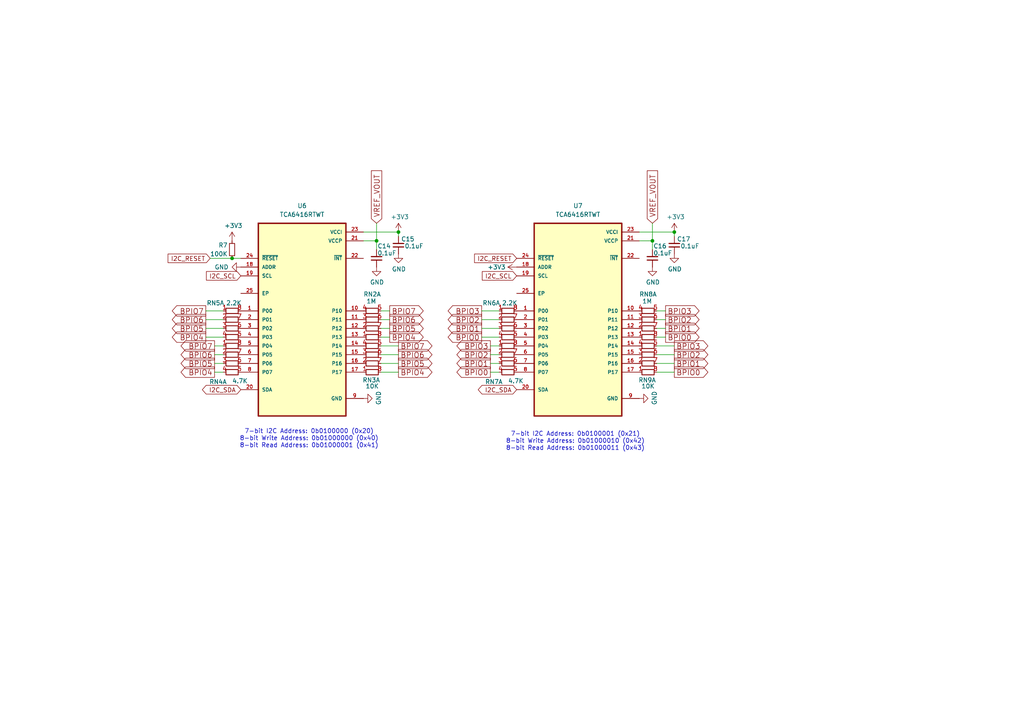
<source format=kicad_sch>
(kicad_sch
	(version 20231120)
	(generator "eeschema")
	(generator_version "8.0")
	(uuid "95f19e12-7429-4086-bf41-713f5b5df4bb")
	(paper "A4")
	(lib_symbols
		(symbol "BusPirate-5-rev10-rescue:+3.3V-power"
			(power)
			(pin_names
				(offset 0)
			)
			(exclude_from_sim no)
			(in_bom yes)
			(on_board yes)
			(property "Reference" "#PWR"
				(at 0 -3.81 0)
				(effects
					(font
						(size 1.27 1.27)
					)
					(hide yes)
				)
			)
			(property "Value" "+3.3V-power"
				(at 0 3.556 0)
				(effects
					(font
						(size 1.27 1.27)
					)
				)
			)
			(property "Footprint" ""
				(at 0 0 0)
				(effects
					(font
						(size 1.27 1.27)
					)
					(hide yes)
				)
			)
			(property "Datasheet" ""
				(at 0 0 0)
				(effects
					(font
						(size 1.27 1.27)
					)
					(hide yes)
				)
			)
			(property "Description" ""
				(at 0 0 0)
				(effects
					(font
						(size 1.27 1.27)
					)
					(hide yes)
				)
			)
			(symbol "+3.3V-power_0_1"
				(polyline
					(pts
						(xy -0.762 1.27) (xy 0 2.54)
					)
					(stroke
						(width 0)
						(type solid)
					)
					(fill
						(type none)
					)
				)
				(polyline
					(pts
						(xy 0 0) (xy 0 2.54)
					)
					(stroke
						(width 0)
						(type solid)
					)
					(fill
						(type none)
					)
				)
				(polyline
					(pts
						(xy 0 2.54) (xy 0.762 1.27)
					)
					(stroke
						(width 0)
						(type solid)
					)
					(fill
						(type none)
					)
				)
			)
			(symbol "+3.3V-power_1_1"
				(pin power_in line
					(at 0 0 90)
					(length 0) hide
					(name "+3V3"
						(effects
							(font
								(size 1.27 1.27)
							)
						)
					)
					(number "1"
						(effects
							(font
								(size 1.27 1.27)
							)
						)
					)
				)
			)
		)
		(symbol "Device:C_Small"
			(pin_numbers hide)
			(pin_names
				(offset 0.254) hide)
			(exclude_from_sim no)
			(in_bom yes)
			(on_board yes)
			(property "Reference" "C"
				(at 0.254 1.778 0)
				(effects
					(font
						(size 1.27 1.27)
					)
					(justify left)
				)
			)
			(property "Value" "C_Small"
				(at 0.254 -2.032 0)
				(effects
					(font
						(size 1.27 1.27)
					)
					(justify left)
				)
			)
			(property "Footprint" ""
				(at 0 0 0)
				(effects
					(font
						(size 1.27 1.27)
					)
					(hide yes)
				)
			)
			(property "Datasheet" "~"
				(at 0 0 0)
				(effects
					(font
						(size 1.27 1.27)
					)
					(hide yes)
				)
			)
			(property "Description" "Unpolarized capacitor, small symbol"
				(at 0 0 0)
				(effects
					(font
						(size 1.27 1.27)
					)
					(hide yes)
				)
			)
			(property "ki_keywords" "capacitor cap"
				(at 0 0 0)
				(effects
					(font
						(size 1.27 1.27)
					)
					(hide yes)
				)
			)
			(property "ki_fp_filters" "C_*"
				(at 0 0 0)
				(effects
					(font
						(size 1.27 1.27)
					)
					(hide yes)
				)
			)
			(symbol "C_Small_0_1"
				(polyline
					(pts
						(xy -1.524 -0.508) (xy 1.524 -0.508)
					)
					(stroke
						(width 0.3302)
						(type default)
					)
					(fill
						(type none)
					)
				)
				(polyline
					(pts
						(xy -1.524 0.508) (xy 1.524 0.508)
					)
					(stroke
						(width 0.3048)
						(type default)
					)
					(fill
						(type none)
					)
				)
			)
			(symbol "C_Small_1_1"
				(pin passive line
					(at 0 2.54 270)
					(length 2.032)
					(name "~"
						(effects
							(font
								(size 1.27 1.27)
							)
						)
					)
					(number "1"
						(effects
							(font
								(size 1.27 1.27)
							)
						)
					)
				)
				(pin passive line
					(at 0 -2.54 90)
					(length 2.032)
					(name "~"
						(effects
							(font
								(size 1.27 1.27)
							)
						)
					)
					(number "2"
						(effects
							(font
								(size 1.27 1.27)
							)
						)
					)
				)
			)
		)
		(symbol "Device:R_Small"
			(pin_numbers hide)
			(pin_names
				(offset 0.254) hide)
			(exclude_from_sim no)
			(in_bom yes)
			(on_board yes)
			(property "Reference" "R"
				(at 0.762 0.508 0)
				(effects
					(font
						(size 1.27 1.27)
					)
					(justify left)
				)
			)
			(property "Value" "R_Small"
				(at 0.762 -1.016 0)
				(effects
					(font
						(size 1.27 1.27)
					)
					(justify left)
				)
			)
			(property "Footprint" ""
				(at 0 0 0)
				(effects
					(font
						(size 1.27 1.27)
					)
					(hide yes)
				)
			)
			(property "Datasheet" "~"
				(at 0 0 0)
				(effects
					(font
						(size 1.27 1.27)
					)
					(hide yes)
				)
			)
			(property "Description" "Resistor, small symbol"
				(at 0 0 0)
				(effects
					(font
						(size 1.27 1.27)
					)
					(hide yes)
				)
			)
			(property "ki_keywords" "R resistor"
				(at 0 0 0)
				(effects
					(font
						(size 1.27 1.27)
					)
					(hide yes)
				)
			)
			(property "ki_fp_filters" "R_*"
				(at 0 0 0)
				(effects
					(font
						(size 1.27 1.27)
					)
					(hide yes)
				)
			)
			(symbol "R_Small_0_1"
				(rectangle
					(start -0.762 1.778)
					(end 0.762 -1.778)
					(stroke
						(width 0.2032)
						(type default)
					)
					(fill
						(type none)
					)
				)
			)
			(symbol "R_Small_1_1"
				(pin passive line
					(at 0 2.54 270)
					(length 0.762)
					(name "~"
						(effects
							(font
								(size 1.27 1.27)
							)
						)
					)
					(number "1"
						(effects
							(font
								(size 1.27 1.27)
							)
						)
					)
				)
				(pin passive line
					(at 0 -2.54 90)
					(length 0.762)
					(name "~"
						(effects
							(font
								(size 1.27 1.27)
							)
						)
					)
					(number "2"
						(effects
							(font
								(size 1.27 1.27)
							)
						)
					)
				)
			)
		)
		(symbol "TCA6416RTWT:TCA6416RTWT"
			(pin_names
				(offset 1.016)
			)
			(exclude_from_sim no)
			(in_bom yes)
			(on_board yes)
			(property "Reference" "U"
				(at -12.7 28.94 0)
				(effects
					(font
						(size 1.27 1.27)
					)
					(justify left bottom)
				)
			)
			(property "Value" "TCA6416RTWT"
				(at -12.7 -31.94 0)
				(effects
					(font
						(size 1.27 1.27)
					)
					(justify left bottom)
				)
			)
			(property "Footprint" "TCA6416RTWT:QFN50P400X400X80-25N"
				(at 0 0 0)
				(effects
					(font
						(size 1.27 1.27)
					)
					(justify bottom)
					(hide yes)
				)
			)
			(property "Datasheet" ""
				(at 0 0 0)
				(effects
					(font
						(size 1.27 1.27)
					)
					(hide yes)
				)
			)
			(property "Description" "\nLow-voltage 16-bit I2C & SMBus I/O expander with interrupt output, reset & config registers 24-WQFN -40 to 85\n"
				(at 0 0 0)
				(effects
					(font
						(size 1.27 1.27)
					)
					(justify bottom)
					(hide yes)
				)
			)
			(property "MF" "Texas Instruments"
				(at 0 0 0)
				(effects
					(font
						(size 1.27 1.27)
					)
					(justify bottom)
					(hide yes)
				)
			)
			(property "Package" "WQFN-24 Texas Instruments"
				(at 0 0 0)
				(effects
					(font
						(size 1.27 1.27)
					)
					(justify bottom)
					(hide yes)
				)
			)
			(property "Price" "None"
				(at 0 0 0)
				(effects
					(font
						(size 1.27 1.27)
					)
					(justify bottom)
					(hide yes)
				)
			)
			(property "SnapEDA_Link" "https://www.snapeda.com/parts/TCA6416RTWT/Texas+Instruments/view-part/?ref=snap"
				(at 0 0 0)
				(effects
					(font
						(size 1.27 1.27)
					)
					(justify bottom)
					(hide yes)
				)
			)
			(property "MP" "TCA6416RTWT"
				(at 0 0 0)
				(effects
					(font
						(size 1.27 1.27)
					)
					(justify bottom)
					(hide yes)
				)
			)
			(property "Availability" "In Stock"
				(at 0 0 0)
				(effects
					(font
						(size 1.27 1.27)
					)
					(justify bottom)
					(hide yes)
				)
			)
			(property "Check_prices" "https://www.snapeda.com/parts/TCA6416RTWT/Texas+Instruments/view-part/?ref=eda"
				(at 0 0 0)
				(effects
					(font
						(size 1.27 1.27)
					)
					(justify bottom)
					(hide yes)
				)
			)
			(symbol "TCA6416RTWT_0_0"
				(rectangle
					(start -12.7 -27.94)
					(end 12.7 27.94)
					(stroke
						(width 0.41)
						(type default)
					)
					(fill
						(type background)
					)
				)
				(pin bidirectional line
					(at -17.78 2.54 0)
					(length 5.08)
					(name "P00"
						(effects
							(font
								(size 1.016 1.016)
							)
						)
					)
					(number "1"
						(effects
							(font
								(size 1.016 1.016)
							)
						)
					)
				)
				(pin bidirectional line
					(at 17.78 2.54 180)
					(length 5.08)
					(name "P10"
						(effects
							(font
								(size 1.016 1.016)
							)
						)
					)
					(number "10"
						(effects
							(font
								(size 1.016 1.016)
							)
						)
					)
				)
				(pin bidirectional line
					(at 17.78 0 180)
					(length 5.08)
					(name "P11"
						(effects
							(font
								(size 1.016 1.016)
							)
						)
					)
					(number "11"
						(effects
							(font
								(size 1.016 1.016)
							)
						)
					)
				)
				(pin bidirectional line
					(at 17.78 -2.54 180)
					(length 5.08)
					(name "P12"
						(effects
							(font
								(size 1.016 1.016)
							)
						)
					)
					(number "12"
						(effects
							(font
								(size 1.016 1.016)
							)
						)
					)
				)
				(pin bidirectional line
					(at 17.78 -5.08 180)
					(length 5.08)
					(name "P13"
						(effects
							(font
								(size 1.016 1.016)
							)
						)
					)
					(number "13"
						(effects
							(font
								(size 1.016 1.016)
							)
						)
					)
				)
				(pin bidirectional line
					(at 17.78 -7.62 180)
					(length 5.08)
					(name "P14"
						(effects
							(font
								(size 1.016 1.016)
							)
						)
					)
					(number "14"
						(effects
							(font
								(size 1.016 1.016)
							)
						)
					)
				)
				(pin bidirectional line
					(at 17.78 -10.16 180)
					(length 5.08)
					(name "P15"
						(effects
							(font
								(size 1.016 1.016)
							)
						)
					)
					(number "15"
						(effects
							(font
								(size 1.016 1.016)
							)
						)
					)
				)
				(pin bidirectional line
					(at 17.78 -12.7 180)
					(length 5.08)
					(name "P16"
						(effects
							(font
								(size 1.016 1.016)
							)
						)
					)
					(number "16"
						(effects
							(font
								(size 1.016 1.016)
							)
						)
					)
				)
				(pin bidirectional line
					(at 17.78 -15.24 180)
					(length 5.08)
					(name "P17"
						(effects
							(font
								(size 1.016 1.016)
							)
						)
					)
					(number "17"
						(effects
							(font
								(size 1.016 1.016)
							)
						)
					)
				)
				(pin input line
					(at -17.78 15.24 0)
					(length 5.08)
					(name "ADDR"
						(effects
							(font
								(size 1.016 1.016)
							)
						)
					)
					(number "18"
						(effects
							(font
								(size 1.016 1.016)
							)
						)
					)
				)
				(pin input line
					(at -17.78 12.7 0)
					(length 5.08)
					(name "SCL"
						(effects
							(font
								(size 1.016 1.016)
							)
						)
					)
					(number "19"
						(effects
							(font
								(size 1.016 1.016)
							)
						)
					)
				)
				(pin bidirectional line
					(at -17.78 0 0)
					(length 5.08)
					(name "P01"
						(effects
							(font
								(size 1.016 1.016)
							)
						)
					)
					(number "2"
						(effects
							(font
								(size 1.016 1.016)
							)
						)
					)
				)
				(pin bidirectional line
					(at -17.78 -20.32 0)
					(length 5.08)
					(name "SDA"
						(effects
							(font
								(size 1.016 1.016)
							)
						)
					)
					(number "20"
						(effects
							(font
								(size 1.016 1.016)
							)
						)
					)
				)
				(pin power_in line
					(at 17.78 22.86 180)
					(length 5.08)
					(name "VCCP"
						(effects
							(font
								(size 1.016 1.016)
							)
						)
					)
					(number "21"
						(effects
							(font
								(size 1.016 1.016)
							)
						)
					)
				)
				(pin output line
					(at 17.78 17.78 180)
					(length 5.08)
					(name "~{INT}"
						(effects
							(font
								(size 1.016 1.016)
							)
						)
					)
					(number "22"
						(effects
							(font
								(size 1.016 1.016)
							)
						)
					)
				)
				(pin power_in line
					(at 17.78 25.4 180)
					(length 5.08)
					(name "VCCI"
						(effects
							(font
								(size 1.016 1.016)
							)
						)
					)
					(number "23"
						(effects
							(font
								(size 1.016 1.016)
							)
						)
					)
				)
				(pin input line
					(at -17.78 17.78 0)
					(length 5.08)
					(name "~{RESET}"
						(effects
							(font
								(size 1.016 1.016)
							)
						)
					)
					(number "24"
						(effects
							(font
								(size 1.016 1.016)
							)
						)
					)
				)
				(pin bidirectional line
					(at -17.78 7.62 0)
					(length 5.08)
					(name "EP"
						(effects
							(font
								(size 1.016 1.016)
							)
						)
					)
					(number "25"
						(effects
							(font
								(size 1.016 1.016)
							)
						)
					)
				)
				(pin bidirectional line
					(at -17.78 -2.54 0)
					(length 5.08)
					(name "P02"
						(effects
							(font
								(size 1.016 1.016)
							)
						)
					)
					(number "3"
						(effects
							(font
								(size 1.016 1.016)
							)
						)
					)
				)
				(pin bidirectional line
					(at -17.78 -5.08 0)
					(length 5.08)
					(name "P03"
						(effects
							(font
								(size 1.016 1.016)
							)
						)
					)
					(number "4"
						(effects
							(font
								(size 1.016 1.016)
							)
						)
					)
				)
				(pin bidirectional line
					(at -17.78 -7.62 0)
					(length 5.08)
					(name "P04"
						(effects
							(font
								(size 1.016 1.016)
							)
						)
					)
					(number "5"
						(effects
							(font
								(size 1.016 1.016)
							)
						)
					)
				)
				(pin bidirectional line
					(at -17.78 -10.16 0)
					(length 5.08)
					(name "P05"
						(effects
							(font
								(size 1.016 1.016)
							)
						)
					)
					(number "6"
						(effects
							(font
								(size 1.016 1.016)
							)
						)
					)
				)
				(pin bidirectional line
					(at -17.78 -12.7 0)
					(length 5.08)
					(name "P06"
						(effects
							(font
								(size 1.016 1.016)
							)
						)
					)
					(number "7"
						(effects
							(font
								(size 1.016 1.016)
							)
						)
					)
				)
				(pin bidirectional line
					(at -17.78 -15.24 0)
					(length 5.08)
					(name "P07"
						(effects
							(font
								(size 1.016 1.016)
							)
						)
					)
					(number "8"
						(effects
							(font
								(size 1.016 1.016)
							)
						)
					)
				)
				(pin power_in line
					(at 17.78 -22.86 180)
					(length 5.08)
					(name "GND"
						(effects
							(font
								(size 1.016 1.016)
							)
						)
					)
					(number "9"
						(effects
							(font
								(size 1.016 1.016)
							)
						)
					)
				)
			)
		)
		(symbol "dp-rarray:R_Array"
			(pin_names
				(offset 0) hide)
			(exclude_from_sim no)
			(in_bom yes)
			(on_board yes)
			(property "Reference" "RN"
				(at 2.286 0.762 0)
				(effects
					(font
						(size 1.27 1.27)
					)
				)
			)
			(property "Value" "R_Array"
				(at 4.572 -0.762 0)
				(effects
					(font
						(size 1.27 1.27)
					)
				)
			)
			(property "Footprint" "Resistor_SMD:R_Array_Convex_4x0402"
				(at -2.032 -1.27 90)
				(effects
					(font
						(size 1.27 1.27)
					)
					(hide yes)
				)
			)
			(property "Datasheet" "http://www.vishay.com/docs/31509/csc.pdf"
				(at 3.81 0.762 0)
				(effects
					(font
						(size 1.27 1.27)
					)
					(hide yes)
				)
			)
			(property "Description" "4 resistor network, star topology, bussed resistors, split"
				(at 0 0 0)
				(effects
					(font
						(size 1.27 1.27)
					)
					(hide yes)
				)
			)
			(property "ki_keywords" "R network star-topology"
				(at 0 0 0)
				(effects
					(font
						(size 1.27 1.27)
					)
					(hide yes)
				)
			)
			(property "ki_fp_filters" "R?Array?SIP*"
				(at 0 0 0)
				(effects
					(font
						(size 1.27 1.27)
					)
					(hide yes)
				)
			)
			(symbol "R_Array_0_1"
				(rectangle
					(start 0.762 1.778)
					(end -0.762 -1.778)
					(stroke
						(width 0.254)
						(type solid)
					)
					(fill
						(type none)
					)
				)
			)
			(symbol "R_Array_1_1"
				(pin passive line
					(at 0 2.54 270)
					(length 0.762)
					(name "R1.1"
						(effects
							(font
								(size 1.27 1.27)
							)
						)
					)
					(number "1"
						(effects
							(font
								(size 1.27 1.27)
							)
						)
					)
				)
				(pin passive line
					(at 0 -2.54 90)
					(length 0.762)
					(name "R1.8"
						(effects
							(font
								(size 1.27 1.27)
							)
						)
					)
					(number "8"
						(effects
							(font
								(size 1.27 1.27)
							)
						)
					)
				)
			)
			(symbol "R_Array_2_1"
				(pin passive line
					(at 0 2.54 270)
					(length 0.762)
					(name "R1.1"
						(effects
							(font
								(size 1.27 1.27)
							)
						)
					)
					(number "2"
						(effects
							(font
								(size 1.27 1.27)
							)
						)
					)
				)
				(pin passive line
					(at 0 -2.54 90)
					(length 0.762)
					(name "R1.8"
						(effects
							(font
								(size 1.27 1.27)
							)
						)
					)
					(number "7"
						(effects
							(font
								(size 1.27 1.27)
							)
						)
					)
				)
			)
			(symbol "R_Array_3_1"
				(pin passive line
					(at 0 2.54 270)
					(length 0.762)
					(name "R1.1"
						(effects
							(font
								(size 1.27 1.27)
							)
						)
					)
					(number "3"
						(effects
							(font
								(size 1.27 1.27)
							)
						)
					)
				)
				(pin passive line
					(at 0 -2.54 90)
					(length 0.762)
					(name "R1.8"
						(effects
							(font
								(size 1.27 1.27)
							)
						)
					)
					(number "6"
						(effects
							(font
								(size 1.27 1.27)
							)
						)
					)
				)
			)
			(symbol "R_Array_4_1"
				(pin passive line
					(at 0 2.54 270)
					(length 0.762)
					(name "R1.1"
						(effects
							(font
								(size 1.27 1.27)
							)
						)
					)
					(number "4"
						(effects
							(font
								(size 1.27 1.27)
							)
						)
					)
				)
				(pin passive line
					(at 0 -2.54 90)
					(length 0.762)
					(name "R1.8"
						(effects
							(font
								(size 1.27 1.27)
							)
						)
					)
					(number "5"
						(effects
							(font
								(size 1.27 1.27)
							)
						)
					)
				)
			)
		)
		(symbol "power:GND"
			(power)
			(pin_names
				(offset 0)
			)
			(exclude_from_sim no)
			(in_bom yes)
			(on_board yes)
			(property "Reference" "#PWR"
				(at 0 -6.35 0)
				(effects
					(font
						(size 1.27 1.27)
					)
					(hide yes)
				)
			)
			(property "Value" "GND"
				(at 0 -3.81 0)
				(effects
					(font
						(size 1.27 1.27)
					)
				)
			)
			(property "Footprint" ""
				(at 0 0 0)
				(effects
					(font
						(size 1.27 1.27)
					)
					(hide yes)
				)
			)
			(property "Datasheet" ""
				(at 0 0 0)
				(effects
					(font
						(size 1.27 1.27)
					)
					(hide yes)
				)
			)
			(property "Description" "Power symbol creates a global label with name \"GND\" , ground"
				(at 0 0 0)
				(effects
					(font
						(size 1.27 1.27)
					)
					(hide yes)
				)
			)
			(property "ki_keywords" "global power"
				(at 0 0 0)
				(effects
					(font
						(size 1.27 1.27)
					)
					(hide yes)
				)
			)
			(symbol "GND_0_1"
				(polyline
					(pts
						(xy 0 0) (xy 0 -1.27) (xy 1.27 -1.27) (xy 0 -2.54) (xy -1.27 -1.27) (xy 0 -1.27)
					)
					(stroke
						(width 0)
						(type default)
					)
					(fill
						(type none)
					)
				)
			)
			(symbol "GND_1_1"
				(pin power_in line
					(at 0 0 270)
					(length 0) hide
					(name "GND"
						(effects
							(font
								(size 1.27 1.27)
							)
						)
					)
					(number "1"
						(effects
							(font
								(size 1.27 1.27)
							)
						)
					)
				)
			)
		)
	)
	(junction
		(at 115.57 67.31)
		(diameter 0)
		(color 0 0 0 0)
		(uuid "07da173e-1712-4730-a452-445637ce3cdc")
	)
	(junction
		(at 195.58 67.31)
		(diameter 0)
		(color 0 0 0 0)
		(uuid "7bbc7fce-09b8-487a-af31-15352654f664")
	)
	(junction
		(at 189.23 69.85)
		(diameter 0)
		(color 0 0 0 0)
		(uuid "f5c4d32f-b3f4-4b94-8c98-bafc41caaabd")
	)
	(junction
		(at 67.31 74.93)
		(diameter 0)
		(color 0 0 0 0)
		(uuid "fb94d1d6-0d92-4378-b846-aebd49463ba6")
	)
	(junction
		(at 109.22 69.85)
		(diameter 0)
		(color 0 0 0 0)
		(uuid "fcdbe97a-a65c-483b-a26e-61b82c0db2cc")
	)
	(wire
		(pts
			(xy 190.5 97.79) (xy 193.04 97.79)
		)
		(stroke
			(width 0)
			(type default)
		)
		(uuid "00529e75-3d9e-4a38-99d8-5ba803edc917")
	)
	(wire
		(pts
			(xy 110.49 90.17) (xy 113.03 90.17)
		)
		(stroke
			(width 0)
			(type default)
		)
		(uuid "027bf836-01e5-4876-a622-2aec8da5f088")
	)
	(wire
		(pts
			(xy 64.77 100.33) (xy 62.23 100.33)
		)
		(stroke
			(width 0)
			(type default)
		)
		(uuid "05280b61-1683-4735-b3e6-77020cd293fb")
	)
	(wire
		(pts
			(xy 144.78 107.95) (xy 142.24 107.95)
		)
		(stroke
			(width 0)
			(type default)
		)
		(uuid "091e4a59-e6f5-469a-a503-c018ae8afc66")
	)
	(wire
		(pts
			(xy 105.41 69.85) (xy 109.22 69.85)
		)
		(stroke
			(width 0)
			(type default)
		)
		(uuid "0b5820a0-d3cd-4322-b686-7c2263e138ff")
	)
	(wire
		(pts
			(xy 64.77 107.95) (xy 62.23 107.95)
		)
		(stroke
			(width 0)
			(type default)
		)
		(uuid "0c9635c8-ecf1-43aa-baf7-067eeae6832e")
	)
	(wire
		(pts
			(xy 64.77 105.41) (xy 62.23 105.41)
		)
		(stroke
			(width 0)
			(type default)
		)
		(uuid "1bcde29b-aa49-4cc1-b525-3c665274ab9a")
	)
	(wire
		(pts
			(xy 185.42 67.31) (xy 195.58 67.31)
		)
		(stroke
			(width 0)
			(type default)
		)
		(uuid "209b560f-4e86-4cf4-9f4c-95ec5effbe79")
	)
	(wire
		(pts
			(xy 110.49 105.41) (xy 115.57 105.41)
		)
		(stroke
			(width 0)
			(type default)
		)
		(uuid "2cba64c3-a4a7-4805-952b-44ae64a206f4")
	)
	(wire
		(pts
			(xy 109.22 69.85) (xy 109.22 72.39)
		)
		(stroke
			(width 0)
			(type default)
		)
		(uuid "355ada87-f058-408c-b436-766533a86270")
	)
	(wire
		(pts
			(xy 110.49 107.95) (xy 115.57 107.95)
		)
		(stroke
			(width 0)
			(type default)
		)
		(uuid "3caecb49-abb6-4e1d-9bf2-a02a0e2508c2")
	)
	(wire
		(pts
			(xy 110.49 97.79) (xy 113.03 97.79)
		)
		(stroke
			(width 0)
			(type default)
		)
		(uuid "3d5b24fc-d3b8-447a-8187-4aac7c604572")
	)
	(wire
		(pts
			(xy 144.78 95.25) (xy 139.7 95.25)
		)
		(stroke
			(width 0)
			(type default)
		)
		(uuid "48baa1d4-9a38-44dc-a602-f0de89956f07")
	)
	(wire
		(pts
			(xy 64.77 90.17) (xy 59.69 90.17)
		)
		(stroke
			(width 0)
			(type default)
		)
		(uuid "4aee127b-0594-4c1b-b1b1-7f0824513f01")
	)
	(wire
		(pts
			(xy 67.31 74.93) (xy 69.85 74.93)
		)
		(stroke
			(width 0)
			(type default)
		)
		(uuid "4d956232-41d1-4047-a47a-6c47c5fc4972")
	)
	(wire
		(pts
			(xy 64.77 92.71) (xy 59.69 92.71)
		)
		(stroke
			(width 0)
			(type default)
		)
		(uuid "541b2f80-6e48-4194-9247-5d487755216d")
	)
	(wire
		(pts
			(xy 109.22 64.77) (xy 109.22 69.85)
		)
		(stroke
			(width 0)
			(type default)
		)
		(uuid "62d872ad-8a3d-4c55-8570-79126ea19010")
	)
	(wire
		(pts
			(xy 189.23 69.85) (xy 189.23 72.39)
		)
		(stroke
			(width 0)
			(type default)
		)
		(uuid "6857d242-2d1f-416c-b45b-585ce8061bde")
	)
	(wire
		(pts
			(xy 105.41 67.31) (xy 115.57 67.31)
		)
		(stroke
			(width 0)
			(type default)
		)
		(uuid "696f976f-b81c-4ad5-9966-9620da8014c6")
	)
	(wire
		(pts
			(xy 144.78 92.71) (xy 139.7 92.71)
		)
		(stroke
			(width 0)
			(type default)
		)
		(uuid "6f3f6b71-3c66-400c-b780-af8b82398be6")
	)
	(wire
		(pts
			(xy 144.78 97.79) (xy 139.7 97.79)
		)
		(stroke
			(width 0)
			(type default)
		)
		(uuid "7c43af43-3d41-4531-bcbe-549fce6046df")
	)
	(wire
		(pts
			(xy 110.49 92.71) (xy 113.03 92.71)
		)
		(stroke
			(width 0)
			(type default)
		)
		(uuid "7f813413-06d3-4dd5-96e7-cd13fc5512e7")
	)
	(wire
		(pts
			(xy 64.77 102.87) (xy 62.23 102.87)
		)
		(stroke
			(width 0)
			(type default)
		)
		(uuid "864c6bfb-55a8-477f-9895-e423f66e1e0d")
	)
	(wire
		(pts
			(xy 190.5 105.41) (xy 195.58 105.41)
		)
		(stroke
			(width 0)
			(type default)
		)
		(uuid "8fca7e7a-3da4-4786-898c-abb21ed0fbaf")
	)
	(wire
		(pts
			(xy 115.57 67.31) (xy 115.57 68.58)
		)
		(stroke
			(width 0)
			(type default)
		)
		(uuid "91cf05a2-f79f-4eb3-932b-ed11abd84f2c")
	)
	(wire
		(pts
			(xy 144.78 90.17) (xy 139.7 90.17)
		)
		(stroke
			(width 0)
			(type default)
		)
		(uuid "98e029d0-af29-4e05-b5dd-c5c1d104e163")
	)
	(wire
		(pts
			(xy 190.5 90.17) (xy 193.04 90.17)
		)
		(stroke
			(width 0)
			(type default)
		)
		(uuid "b0865b37-4cf1-41dd-9929-a6805cf01601")
	)
	(wire
		(pts
			(xy 110.49 102.87) (xy 115.57 102.87)
		)
		(stroke
			(width 0)
			(type default)
		)
		(uuid "b2cd097b-731a-4e96-8647-1b3eef3d93c8")
	)
	(wire
		(pts
			(xy 185.42 69.85) (xy 189.23 69.85)
		)
		(stroke
			(width 0)
			(type default)
		)
		(uuid "b32de5eb-699a-45d0-81d0-21754a83686d")
	)
	(wire
		(pts
			(xy 190.5 92.71) (xy 193.04 92.71)
		)
		(stroke
			(width 0)
			(type default)
		)
		(uuid "b3cb0de2-1c60-42b7-992c-8e1394fc94e0")
	)
	(wire
		(pts
			(xy 190.5 100.33) (xy 195.58 100.33)
		)
		(stroke
			(width 0)
			(type default)
		)
		(uuid "c0275ef3-c5eb-4342-b593-8d86862445fc")
	)
	(wire
		(pts
			(xy 144.78 102.87) (xy 142.24 102.87)
		)
		(stroke
			(width 0)
			(type default)
		)
		(uuid "c5793aab-9c8f-4859-8646-e9951b017094")
	)
	(wire
		(pts
			(xy 144.78 105.41) (xy 142.24 105.41)
		)
		(stroke
			(width 0)
			(type default)
		)
		(uuid "c7a5e89c-5a30-478f-aa4b-1b6d6d45230d")
	)
	(wire
		(pts
			(xy 60.96 74.93) (xy 67.31 74.93)
		)
		(stroke
			(width 0)
			(type default)
		)
		(uuid "c9c475d4-0d4c-4bf7-90db-7ae3ecb50a05")
	)
	(wire
		(pts
			(xy 64.77 95.25) (xy 59.69 95.25)
		)
		(stroke
			(width 0)
			(type default)
		)
		(uuid "dfe45fa5-87fd-4300-b27a-2c0312124048")
	)
	(wire
		(pts
			(xy 64.77 97.79) (xy 59.69 97.79)
		)
		(stroke
			(width 0)
			(type default)
		)
		(uuid "e059cb4f-6881-4b00-b855-afdaf5dcfc8c")
	)
	(wire
		(pts
			(xy 195.58 67.31) (xy 195.58 68.58)
		)
		(stroke
			(width 0)
			(type default)
		)
		(uuid "e2817662-1e09-4bd8-a86b-290d553e9955")
	)
	(wire
		(pts
			(xy 190.5 107.95) (xy 195.58 107.95)
		)
		(stroke
			(width 0)
			(type default)
		)
		(uuid "e561b214-5d1c-4ab9-a4ca-e8cd64bd24d8")
	)
	(wire
		(pts
			(xy 189.23 64.77) (xy 189.23 69.85)
		)
		(stroke
			(width 0)
			(type default)
		)
		(uuid "e83c4976-3c11-4993-9346-af2218b8ffaf")
	)
	(wire
		(pts
			(xy 110.49 95.25) (xy 113.03 95.25)
		)
		(stroke
			(width 0)
			(type default)
		)
		(uuid "ebfb8d6f-2bc7-40ef-92cc-41bf0bbca52d")
	)
	(wire
		(pts
			(xy 144.78 100.33) (xy 142.24 100.33)
		)
		(stroke
			(width 0)
			(type default)
		)
		(uuid "f0972b41-61b5-4f26-b60d-81325a9207c9")
	)
	(wire
		(pts
			(xy 190.5 95.25) (xy 193.04 95.25)
		)
		(stroke
			(width 0)
			(type default)
		)
		(uuid "f13fdbb8-ebfd-4cff-aac3-0af0b73010c1")
	)
	(wire
		(pts
			(xy 190.5 102.87) (xy 195.58 102.87)
		)
		(stroke
			(width 0)
			(type default)
		)
		(uuid "f769c3d8-11d0-4df1-918a-2fed7101dce6")
	)
	(wire
		(pts
			(xy 110.49 100.33) (xy 115.57 100.33)
		)
		(stroke
			(width 0)
			(type default)
		)
		(uuid "ff713028-e8e0-4706-80a5-c4682b0e1c2a")
	)
	(text "7-bit I2C Address: 0b0100000 (0x20)\n8-bit Write Address: 0b01000000 (0x40)\n8-bit Read Address: 0b01000001 (0x41)"
		(exclude_from_sim no)
		(at 89.662 127.254 0)
		(effects
			(font
				(size 1.27 1.27)
			)
		)
		(uuid "04e76a48-ade6-4861-80c9-6422f666fd07")
	)
	(text "7-bit I2C Address: 0b0100001 (0x21)\n8-bit Write Address: 0b01000010 (0x42)\n8-bit Read Address: 0b01000011 (0x43)"
		(exclude_from_sim no)
		(at 166.878 128.016 0)
		(effects
			(font
				(size 1.27 1.27)
			)
		)
		(uuid "374997ab-1a26-4625-90f9-ce017b2e64af")
	)
	(global_label "BPIO3"
		(shape output)
		(at 139.7 90.17 180)
		(effects
			(font
				(size 1.524 1.524)
			)
			(justify right)
		)
		(uuid "0659cef3-b485-490e-a789-e2f781f602dc")
		(property "Intersheetrefs" "${INTERSHEET_REFS}"
			(at 139.7 90.17 0)
			(effects
				(font
					(size 1.27 1.27)
				)
				(hide yes)
			)
		)
	)
	(global_label "BPIO7"
		(shape output)
		(at 62.23 100.33 180)
		(effects
			(font
				(size 1.524 1.524)
			)
			(justify right)
		)
		(uuid "07f7b482-a4ea-42db-bfac-47b39e6d036e")
		(property "Intersheetrefs" "${INTERSHEET_REFS}"
			(at 62.23 100.33 0)
			(effects
				(font
					(size 1.27 1.27)
				)
				(hide yes)
			)
		)
	)
	(global_label "BPIO5"
		(shape output)
		(at 62.23 105.41 180)
		(effects
			(font
				(size 1.524 1.524)
			)
			(justify right)
		)
		(uuid "0a2dcaec-0d9a-4a94-8efe-06297f8613cc")
		(property "Intersheetrefs" "${INTERSHEET_REFS}"
			(at 62.23 105.41 0)
			(effects
				(font
					(size 1.27 1.27)
				)
				(hide yes)
			)
		)
	)
	(global_label "BPIO5"
		(shape output)
		(at 113.03 95.25 0)
		(effects
			(font
				(size 1.524 1.524)
			)
			(justify left)
		)
		(uuid "0cb4379b-5926-4bb3-9fb1-e2a90bf943f9")
		(property "Intersheetrefs" "${INTERSHEET_REFS}"
			(at 113.03 95.25 0)
			(effects
				(font
					(size 1.27 1.27)
				)
				(hide yes)
			)
		)
	)
	(global_label "I2C_SCL"
		(shape input)
		(at 69.85 80.01 180)
		(fields_autoplaced yes)
		(effects
			(font
				(size 1.27 1.27)
			)
			(justify right)
		)
		(uuid "16b7649a-6fa8-40e7-a1ea-fae2a2caf655")
		(property "Intersheetrefs" "${INTERSHEET_REFS}"
			(at 59.9595 80.01 0)
			(effects
				(font
					(size 1.27 1.27)
				)
				(justify right)
				(hide yes)
			)
		)
	)
	(global_label "BPIO0"
		(shape output)
		(at 193.04 97.79 0)
		(effects
			(font
				(size 1.524 1.524)
			)
			(justify left)
		)
		(uuid "17695b73-1860-4aba-b80f-8fa5339c209e")
		(property "Intersheetrefs" "${INTERSHEET_REFS}"
			(at 193.04 97.79 0)
			(effects
				(font
					(size 1.27 1.27)
				)
				(hide yes)
			)
		)
	)
	(global_label "BPIO0"
		(shape output)
		(at 142.24 107.95 180)
		(effects
			(font
				(size 1.524 1.524)
			)
			(justify right)
		)
		(uuid "1983506f-db1c-4825-8c0b-c557d689394c")
		(property "Intersheetrefs" "${INTERSHEET_REFS}"
			(at 142.24 107.95 0)
			(effects
				(font
					(size 1.27 1.27)
				)
				(hide yes)
			)
		)
	)
	(global_label "BPIO4"
		(shape output)
		(at 59.69 97.79 180)
		(effects
			(font
				(size 1.524 1.524)
			)
			(justify right)
		)
		(uuid "23bb6908-e19c-4a7e-a8d7-07cb6acd873d")
		(property "Intersheetrefs" "${INTERSHEET_REFS}"
			(at 59.69 97.79 0)
			(effects
				(font
					(size 1.27 1.27)
				)
				(hide yes)
			)
		)
	)
	(global_label "I2C_RESET"
		(shape input)
		(at 60.96 74.93 180)
		(fields_autoplaced yes)
		(effects
			(font
				(size 1.27 1.27)
			)
			(justify right)
		)
		(uuid "25f41940-6f89-482a-bbb9-1129acd70a6d")
		(property "Intersheetrefs" "${INTERSHEET_REFS}"
			(at 48.832 74.93 0)
			(effects
				(font
					(size 1.27 1.27)
				)
				(justify right)
				(hide yes)
			)
		)
	)
	(global_label "BPIO4"
		(shape output)
		(at 115.57 107.95 0)
		(effects
			(font
				(size 1.524 1.524)
			)
			(justify left)
		)
		(uuid "2cd81f94-8acb-4c52-950d-87263b5af936")
		(property "Intersheetrefs" "${INTERSHEET_REFS}"
			(at 115.57 107.95 0)
			(effects
				(font
					(size 1.27 1.27)
				)
				(hide yes)
			)
		)
	)
	(global_label "BPIO6"
		(shape output)
		(at 62.23 102.87 180)
		(effects
			(font
				(size 1.524 1.524)
			)
			(justify right)
		)
		(uuid "334020bc-8b24-472d-bc82-9d8c23d4f014")
		(property "Intersheetrefs" "${INTERSHEET_REFS}"
			(at 62.23 102.87 0)
			(effects
				(font
					(size 1.27 1.27)
				)
				(hide yes)
			)
		)
	)
	(global_label "BPIO5"
		(shape output)
		(at 59.69 95.25 180)
		(effects
			(font
				(size 1.524 1.524)
			)
			(justify right)
		)
		(uuid "336fc12e-cab2-44cd-aedc-717cb87e6358")
		(property "Intersheetrefs" "${INTERSHEET_REFS}"
			(at 59.69 95.25 0)
			(effects
				(font
					(size 1.27 1.27)
				)
				(hide yes)
			)
		)
	)
	(global_label "BPIO6"
		(shape output)
		(at 113.03 92.71 0)
		(effects
			(font
				(size 1.524 1.524)
			)
			(justify left)
		)
		(uuid "37a77e6e-64c6-43cc-a96f-4f7e8802f2d9")
		(property "Intersheetrefs" "${INTERSHEET_REFS}"
			(at 113.03 92.71 0)
			(effects
				(font
					(size 1.27 1.27)
				)
				(hide yes)
			)
		)
	)
	(global_label "BPIO3"
		(shape output)
		(at 195.58 100.33 0)
		(effects
			(font
				(size 1.524 1.524)
			)
			(justify left)
		)
		(uuid "38e8e2fa-8ffa-439d-ace5-e1ddae2e69c5")
		(property "Intersheetrefs" "${INTERSHEET_REFS}"
			(at 195.58 100.33 0)
			(effects
				(font
					(size 1.27 1.27)
				)
				(hide yes)
			)
		)
	)
	(global_label "BPIO1"
		(shape output)
		(at 195.58 105.41 0)
		(effects
			(font
				(size 1.524 1.524)
			)
			(justify left)
		)
		(uuid "3a83c2b7-12c8-47e0-ad35-3ec97628b497")
		(property "Intersheetrefs" "${INTERSHEET_REFS}"
			(at 195.58 105.41 0)
			(effects
				(font
					(size 1.27 1.27)
				)
				(hide yes)
			)
		)
	)
	(global_label "I2C_SDA"
		(shape bidirectional)
		(at 69.85 113.03 180)
		(fields_autoplaced yes)
		(effects
			(font
				(size 1.27 1.27)
			)
			(justify right)
		)
		(uuid "445006f5-62c3-4b3c-95c4-52407f70a6d3")
		(property "Intersheetrefs" "${INTERSHEET_REFS}"
			(at 58.9465 113.03 0)
			(effects
				(font
					(size 1.27 1.27)
				)
				(justify right)
				(hide yes)
			)
		)
	)
	(global_label "BPIO7"
		(shape output)
		(at 113.03 90.17 0)
		(effects
			(font
				(size 1.524 1.524)
			)
			(justify left)
		)
		(uuid "4bb3cffa-dee0-4b50-a756-f3ff80c2de9a")
		(property "Intersheetrefs" "${INTERSHEET_REFS}"
			(at 113.03 90.17 0)
			(effects
				(font
					(size 1.27 1.27)
				)
				(hide yes)
			)
		)
	)
	(global_label "VREF_VOUT"
		(shape input)
		(at 109.22 64.77 90)
		(effects
			(font
				(size 1.524 1.524)
			)
			(justify left)
		)
		(uuid "4e56569a-a152-4e88-a35f-b06e4b2cb1d4")
		(property "Intersheetrefs" "${INTERSHEET_REFS}"
			(at 109.22 64.77 0)
			(effects
				(font
					(size 1.27 1.27)
				)
				(hide yes)
			)
		)
	)
	(global_label "BPIO7"
		(shape output)
		(at 115.57 100.33 0)
		(effects
			(font
				(size 1.524 1.524)
			)
			(justify left)
		)
		(uuid "51f15b21-d186-42f2-9429-8788ab86d98f")
		(property "Intersheetrefs" "${INTERSHEET_REFS}"
			(at 115.57 100.33 0)
			(effects
				(font
					(size 1.27 1.27)
				)
				(hide yes)
			)
		)
	)
	(global_label "I2C_RESET"
		(shape input)
		(at 149.86 74.93 180)
		(fields_autoplaced yes)
		(effects
			(font
				(size 1.27 1.27)
			)
			(justify right)
		)
		(uuid "5261e625-11c2-4106-9636-be1a05ec1736")
		(property "Intersheetrefs" "${INTERSHEET_REFS}"
			(at 137.732 74.93 0)
			(effects
				(font
					(size 1.27 1.27)
				)
				(justify right)
				(hide yes)
			)
		)
	)
	(global_label "BPIO0"
		(shape output)
		(at 139.7 97.79 180)
		(effects
			(font
				(size 1.524 1.524)
			)
			(justify right)
		)
		(uuid "6466318b-4132-4c35-92e8-3f5f7ba6022a")
		(property "Intersheetrefs" "${INTERSHEET_REFS}"
			(at 139.7 97.79 0)
			(effects
				(font
					(size 1.27 1.27)
				)
				(hide yes)
			)
		)
	)
	(global_label "BPIO1"
		(shape output)
		(at 193.04 95.25 0)
		(effects
			(font
				(size 1.524 1.524)
			)
			(justify left)
		)
		(uuid "64b8270d-e3cb-4c5b-849d-4b22502ad9e8")
		(property "Intersheetrefs" "${INTERSHEET_REFS}"
			(at 193.04 95.25 0)
			(effects
				(font
					(size 1.27 1.27)
				)
				(hide yes)
			)
		)
	)
	(global_label "BPIO1"
		(shape output)
		(at 142.24 105.41 180)
		(effects
			(font
				(size 1.524 1.524)
			)
			(justify right)
		)
		(uuid "67ac6071-991b-4edd-ac6f-453a2841f46e")
		(property "Intersheetrefs" "${INTERSHEET_REFS}"
			(at 142.24 105.41 0)
			(effects
				(font
					(size 1.27 1.27)
				)
				(hide yes)
			)
		)
	)
	(global_label "BPIO4"
		(shape output)
		(at 62.23 107.95 180)
		(effects
			(font
				(size 1.524 1.524)
			)
			(justify right)
		)
		(uuid "6f8d11fc-d658-4410-9d81-e156c1308fac")
		(property "Intersheetrefs" "${INTERSHEET_REFS}"
			(at 62.23 107.95 0)
			(effects
				(font
					(size 1.27 1.27)
				)
				(hide yes)
			)
		)
	)
	(global_label "BPIO2"
		(shape output)
		(at 193.04 92.71 0)
		(effects
			(font
				(size 1.524 1.524)
			)
			(justify left)
		)
		(uuid "7092d7de-eda3-4e64-8c23-0452cf5af2d7")
		(property "Intersheetrefs" "${INTERSHEET_REFS}"
			(at 193.04 92.71 0)
			(effects
				(font
					(size 1.27 1.27)
				)
				(hide yes)
			)
		)
	)
	(global_label "BPIO3"
		(shape output)
		(at 193.04 90.17 0)
		(effects
			(font
				(size 1.524 1.524)
			)
			(justify left)
		)
		(uuid "73c8a71d-96bc-423f-8601-e58e9851a682")
		(property "Intersheetrefs" "${INTERSHEET_REFS}"
			(at 193.04 90.17 0)
			(effects
				(font
					(size 1.27 1.27)
				)
				(hide yes)
			)
		)
	)
	(global_label "BPIO2"
		(shape output)
		(at 139.7 92.71 180)
		(effects
			(font
				(size 1.524 1.524)
			)
			(justify right)
		)
		(uuid "86e04f15-5a86-49a8-8b35-acb7ea06af2c")
		(property "Intersheetrefs" "${INTERSHEET_REFS}"
			(at 139.7 92.71 0)
			(effects
				(font
					(size 1.27 1.27)
				)
				(hide yes)
			)
		)
	)
	(global_label "BPIO0"
		(shape output)
		(at 195.58 107.95 0)
		(effects
			(font
				(size 1.524 1.524)
			)
			(justify left)
		)
		(uuid "8eeb94c1-4ae3-4623-afee-69675ea5977f")
		(property "Intersheetrefs" "${INTERSHEET_REFS}"
			(at 195.58 107.95 0)
			(effects
				(font
					(size 1.27 1.27)
				)
				(hide yes)
			)
		)
	)
	(global_label "BPIO7"
		(shape output)
		(at 59.69 90.17 180)
		(effects
			(font
				(size 1.524 1.524)
			)
			(justify right)
		)
		(uuid "9372e54f-f237-40c1-b22e-0d845bec3a8d")
		(property "Intersheetrefs" "${INTERSHEET_REFS}"
			(at 59.69 90.17 0)
			(effects
				(font
					(size 1.27 1.27)
				)
				(hide yes)
			)
		)
	)
	(global_label "BPIO3"
		(shape output)
		(at 142.24 100.33 180)
		(effects
			(font
				(size 1.524 1.524)
			)
			(justify right)
		)
		(uuid "a5ce9fc2-281f-4100-ad60-80d963978701")
		(property "Intersheetrefs" "${INTERSHEET_REFS}"
			(at 142.24 100.33 0)
			(effects
				(font
					(size 1.27 1.27)
				)
				(hide yes)
			)
		)
	)
	(global_label "BPIO5"
		(shape output)
		(at 115.57 105.41 0)
		(effects
			(font
				(size 1.524 1.524)
			)
			(justify left)
		)
		(uuid "ca2605be-3821-49ee-870b-f5bb76af8a45")
		(property "Intersheetrefs" "${INTERSHEET_REFS}"
			(at 115.57 105.41 0)
			(effects
				(font
					(size 1.27 1.27)
				)
				(hide yes)
			)
		)
	)
	(global_label "I2C_SCL"
		(shape input)
		(at 149.86 80.01 180)
		(fields_autoplaced yes)
		(effects
			(font
				(size 1.27 1.27)
			)
			(justify right)
		)
		(uuid "ca32c18d-91ce-400a-9593-4ecca58debba")
		(property "Intersheetrefs" "${INTERSHEET_REFS}"
			(at 139.9695 80.01 0)
			(effects
				(font
					(size 1.27 1.27)
				)
				(justify right)
				(hide yes)
			)
		)
	)
	(global_label "BPIO6"
		(shape output)
		(at 59.69 92.71 180)
		(effects
			(font
				(size 1.524 1.524)
			)
			(justify right)
		)
		(uuid "d8267ff3-7ac6-425d-b670-2acc50846802")
		(property "Intersheetrefs" "${INTERSHEET_REFS}"
			(at 59.69 92.71 0)
			(effects
				(font
					(size 1.27 1.27)
				)
				(hide yes)
			)
		)
	)
	(global_label "I2C_SDA"
		(shape bidirectional)
		(at 149.86 113.03 180)
		(fields_autoplaced yes)
		(effects
			(font
				(size 1.27 1.27)
			)
			(justify right)
		)
		(uuid "d98c75e6-a9e4-4628-b949-b70436674bc1")
		(property "Intersheetrefs" "${INTERSHEET_REFS}"
			(at 138.9565 113.03 0)
			(effects
				(font
					(size 1.27 1.27)
				)
				(justify right)
				(hide yes)
			)
		)
	)
	(global_label "VREF_VOUT"
		(shape input)
		(at 189.23 64.77 90)
		(effects
			(font
				(size 1.524 1.524)
			)
			(justify left)
		)
		(uuid "e61bbfd5-7599-492f-a502-9ef98b2009bd")
		(property "Intersheetrefs" "${INTERSHEET_REFS}"
			(at 189.23 64.77 0)
			(effects
				(font
					(size 1.27 1.27)
				)
				(hide yes)
			)
		)
	)
	(global_label "BPIO4"
		(shape output)
		(at 113.03 97.79 0)
		(effects
			(font
				(size 1.524 1.524)
			)
			(justify left)
		)
		(uuid "e6e98eba-7dfe-44ad-baeb-e8624fafc794")
		(property "Intersheetrefs" "${INTERSHEET_REFS}"
			(at 113.03 97.79 0)
			(effects
				(font
					(size 1.27 1.27)
				)
				(hide yes)
			)
		)
	)
	(global_label "BPIO2"
		(shape output)
		(at 195.58 102.87 0)
		(effects
			(font
				(size 1.524 1.524)
			)
			(justify left)
		)
		(uuid "e92837a3-3ea8-4b8a-8611-9c93b265330c")
		(property "Intersheetrefs" "${INTERSHEET_REFS}"
			(at 195.58 102.87 0)
			(effects
				(font
					(size 1.27 1.27)
				)
				(hide yes)
			)
		)
	)
	(global_label "BPIO2"
		(shape output)
		(at 142.24 102.87 180)
		(effects
			(font
				(size 1.524 1.524)
			)
			(justify right)
		)
		(uuid "e9c40549-b772-4dd1-a283-ed60c9a7f0e1")
		(property "Intersheetrefs" "${INTERSHEET_REFS}"
			(at 142.24 102.87 0)
			(effects
				(font
					(size 1.27 1.27)
				)
				(hide yes)
			)
		)
	)
	(global_label "BPIO1"
		(shape output)
		(at 139.7 95.25 180)
		(effects
			(font
				(size 1.524 1.524)
			)
			(justify right)
		)
		(uuid "eae1da06-bd6b-48b0-85b9-063288914a21")
		(property "Intersheetrefs" "${INTERSHEET_REFS}"
			(at 139.7 95.25 0)
			(effects
				(font
					(size 1.27 1.27)
				)
				(hide yes)
			)
		)
	)
	(global_label "BPIO6"
		(shape output)
		(at 115.57 102.87 0)
		(effects
			(font
				(size 1.524 1.524)
			)
			(justify left)
		)
		(uuid "f0c29ff9-7b1c-4e2b-90c1-6c26498083c2")
		(property "Intersheetrefs" "${INTERSHEET_REFS}"
			(at 115.57 102.87 0)
			(effects
				(font
					(size 1.27 1.27)
				)
				(hide yes)
			)
		)
	)
	(symbol
		(lib_id "dp-rarray:R_Array")
		(at 67.31 95.25 90)
		(unit 3)
		(exclude_from_sim no)
		(in_bom yes)
		(on_board yes)
		(dnp no)
		(uuid "12998a72-3317-4592-994d-e966187ccda6")
		(property "Reference" "RN5"
			(at 66.04 99.06 90)
			(effects
				(font
					(size 1.27 1.27)
				)
				(hide yes)
			)
		)
		(property "Value" "2.2K"
			(at 58.42 99.06 90)
			(effects
				(font
					(size 1.27 1.27)
				)
				(hide yes)
			)
		)
		(property "Footprint" "Resistor_SMD:R_Array_Convex_4x0402"
			(at 68.58 97.282 90)
			(effects
				(font
					(size 1.27 1.27)
				)
				(hide yes)
			)
		)
		(property "Datasheet" "http://www.vishay.com/docs/31509/csc.pdf"
			(at 66.548 91.44 0)
			(effects
				(font
					(size 1.27 1.27)
				)
				(hide yes)
			)
		)
		(property "Description" ""
			(at 67.31 95.25 0)
			(effects
				(font
					(size 1.27 1.27)
				)
				(hide yes)
			)
		)
		(property "RMB" "0.034572"
			(at 67.31 95.25 0)
			(effects
				(font
					(size 1.27 1.27)
				)
				(hide yes)
			)
		)
		(property "Supplier" "https://item.szlcsc.com/45893.html"
			(at 67.31 95.25 0)
			(effects
				(font
					(size 1.27 1.27)
				)
				(hide yes)
			)
		)
		(pin "1"
			(uuid "76b9afda-cf2b-49d2-8610-76a816472569")
		)
		(pin "8"
			(uuid "371d55ef-4ec2-4393-a466-fa316f441a42")
		)
		(pin "2"
			(uuid "1f50e76d-fbdb-4a27-bb15-b2953f37047b")
		)
		(pin "7"
			(uuid "89b55bea-b6e6-4037-889e-49f63844d737")
		)
		(pin "3"
			(uuid "550f0e33-6ab3-42c8-a88a-d00924fcc8b8")
		)
		(pin "6"
			(uuid "482e0b34-9c46-4d9a-9e6b-469464818abe")
		)
		(pin "4"
			(uuid "c40bf02d-ef3b-489f-92ea-886c332ff6ad")
		)
		(pin "5"
			(uuid "da375aca-b827-4e75-af00-66133957abf7")
		)
		(instances
			(project "7-REV0"
				(path "/1f56410a-eaac-4444-b0f7-cfd3531e22ac/70d89944-cef2-4c07-9520-6c47f8613415"
					(reference "RN5")
					(unit 3)
				)
			)
		)
	)
	(symbol
		(lib_id "dp-rarray:R_Array")
		(at 147.32 100.33 90)
		(unit 1)
		(exclude_from_sim no)
		(in_bom yes)
		(on_board yes)
		(dnp no)
		(uuid "16132416-daca-4bb3-bee9-33ade13e0710")
		(property "Reference" "RN7"
			(at 143.256 110.744 90)
			(effects
				(font
					(size 1.27 1.27)
				)
			)
		)
		(property "Value" "4.7K"
			(at 140.97 96.52 90)
			(effects
				(font
					(size 1.27 1.27)
				)
				(hide yes)
			)
		)
		(property "Footprint" "Resistor_SMD:R_Array_Convex_4x0402"
			(at 148.59 102.362 90)
			(effects
				(font
					(size 1.27 1.27)
				)
				(hide yes)
			)
		)
		(property "Datasheet" "http://www.vishay.com/docs/31509/csc.pdf"
			(at 146.558 96.52 0)
			(effects
				(font
					(size 1.27 1.27)
				)
				(hide yes)
			)
		)
		(property "Description" ""
			(at 147.32 100.33 0)
			(effects
				(font
					(size 1.27 1.27)
				)
				(hide yes)
			)
		)
		(property "RMB" "0.034572"
			(at 147.32 100.33 0)
			(effects
				(font
					(size 1.27 1.27)
				)
				(hide yes)
			)
		)
		(property "Supplier" "https://item.szlcsc.com/45893.html"
			(at 147.32 100.33 0)
			(effects
				(font
					(size 1.27 1.27)
				)
				(hide yes)
			)
		)
		(pin "1"
			(uuid "ef223f91-7db7-4e97-abc6-7aa53a7480e0")
		)
		(pin "8"
			(uuid "34391e4d-7e14-427d-98c5-b8f4a328bf34")
		)
		(pin "2"
			(uuid "26066413-8494-436f-b3db-79eec8ee249b")
		)
		(pin "7"
			(uuid "67bfb32f-542c-482d-9c65-e6f047a5a156")
		)
		(pin "3"
			(uuid "e3b5a879-30ac-4919-bbac-e40ead42f871")
		)
		(pin "6"
			(uuid "2614c50f-787a-4ef7-b181-6de74e98aae7")
		)
		(pin "4"
			(uuid "2ea74b8a-a74d-4a90-8812-89b32d7d70d6")
		)
		(pin "5"
			(uuid "4981fb83-fa03-4a89-9e72-5217a0abc47b")
		)
		(instances
			(project "7-REV0"
				(path "/1f56410a-eaac-4444-b0f7-cfd3531e22ac/70d89944-cef2-4c07-9520-6c47f8613415"
					(reference "RN7")
					(unit 1)
				)
			)
		)
	)
	(symbol
		(lib_id "dp-rarray:R_Array")
		(at 107.95 95.25 90)
		(mirror x)
		(unit 2)
		(exclude_from_sim no)
		(in_bom yes)
		(on_board yes)
		(dnp no)
		(uuid "2330c45e-7493-4133-a6c5-ad0c8278f08e")
		(property "Reference" "RN2"
			(at 100.33 82.55 90)
			(effects
				(font
					(size 1.27 1.27)
				)
				(hide yes)
			)
		)
		(property "Value" "1M"
			(at 92.71 82.55 90)
			(effects
				(font
					(size 1.27 1.27)
				)
				(hide yes)
			)
		)
		(property "Footprint" "Resistor_SMD:R_Array_Convex_4x0402"
			(at 109.22 93.218 90)
			(effects
				(font
					(size 1.27 1.27)
				)
				(hide yes)
			)
		)
		(property "Datasheet" "http://www.vishay.com/docs/31509/csc.pdf"
			(at 107.188 99.06 0)
			(effects
				(font
					(size 1.27 1.27)
				)
				(hide yes)
			)
		)
		(property "Description" ""
			(at 107.95 95.25 0)
			(effects
				(font
					(size 1.27 1.27)
				)
				(hide yes)
			)
		)
		(property "RMB" "0.034572"
			(at 107.95 95.25 0)
			(effects
				(font
					(size 1.27 1.27)
				)
				(hide yes)
			)
		)
		(property "Supplier" "https://item.szlcsc.com/45893.html"
			(at 107.95 95.25 0)
			(effects
				(font
					(size 1.27 1.27)
				)
				(hide yes)
			)
		)
		(pin "1"
			(uuid "1fb06956-dc11-4e79-bd67-652a6fde18a7")
		)
		(pin "8"
			(uuid "b68ba4a2-6701-4393-b23d-17ef2a8ca7fd")
		)
		(pin "2"
			(uuid "fc5ca3cc-f281-4c98-8881-b5dbab5da517")
		)
		(pin "7"
			(uuid "d44fe61d-8d64-4c9f-9eaf-16d1c09cffa7")
		)
		(pin "3"
			(uuid "5582fe56-966c-42df-b076-60deccad94f7")
		)
		(pin "6"
			(uuid "f6989316-77e2-4fbc-a7a7-4e8af59e5320")
		)
		(pin "4"
			(uuid "2c9edf16-4c74-4632-beb5-0c44b1708dd7")
		)
		(pin "5"
			(uuid "388c9679-6f92-47d9-b2a0-c8cedbea3eff")
		)
		(instances
			(project "7-REV0"
				(path "/1f56410a-eaac-4444-b0f7-cfd3531e22ac/70d89944-cef2-4c07-9520-6c47f8613415"
					(reference "RN2")
					(unit 2)
				)
			)
		)
	)
	(symbol
		(lib_id "power:GND")
		(at 69.85 77.47 270)
		(unit 1)
		(exclude_from_sim no)
		(in_bom yes)
		(on_board yes)
		(dnp no)
		(uuid "2d04dd2f-cfed-4ab7-bca7-bbfc814c3c8a")
		(property "Reference" "#PWR057"
			(at 63.5 77.47 0)
			(effects
				(font
					(size 1.27 1.27)
				)
				(hide yes)
			)
		)
		(property "Value" "GND"
			(at 64.262 77.47 90)
			(effects
				(font
					(size 1.27 1.27)
				)
			)
		)
		(property "Footprint" ""
			(at 69.85 77.47 0)
			(effects
				(font
					(size 1.27 1.27)
				)
				(hide yes)
			)
		)
		(property "Datasheet" ""
			(at 69.85 77.47 0)
			(effects
				(font
					(size 1.27 1.27)
				)
				(hide yes)
			)
		)
		(property "Description" ""
			(at 69.85 77.47 0)
			(effects
				(font
					(size 1.27 1.27)
				)
				(hide yes)
			)
		)
		(pin "1"
			(uuid "6b2554d0-df48-44dd-8d79-41ea58e6cdb1")
		)
		(instances
			(project "7-REV0"
				(path "/1f56410a-eaac-4444-b0f7-cfd3531e22ac/70d89944-cef2-4c07-9520-6c47f8613415"
					(reference "#PWR057")
					(unit 1)
				)
			)
		)
	)
	(symbol
		(lib_id "Device:R_Small")
		(at 67.31 72.39 0)
		(unit 1)
		(exclude_from_sim no)
		(in_bom yes)
		(on_board yes)
		(dnp no)
		(uuid "2e702987-171d-48af-9429-055f679fd7d8")
		(property "Reference" "R7"
			(at 66.04 71.12 0)
			(effects
				(font
					(size 1.27 1.27)
				)
				(justify right)
			)
		)
		(property "Value" "100K"
			(at 66.04 73.66 0)
			(effects
				(font
					(size 1.27 1.27)
				)
				(justify right)
			)
		)
		(property "Footprint" "Resistor_SMD:R_0402_1005Metric"
			(at 67.31 72.39 0)
			(effects
				(font
					(size 1.27 1.27)
				)
				(hide yes)
			)
		)
		(property "Datasheet" "~"
			(at 67.31 72.39 0)
			(effects
				(font
					(size 1.27 1.27)
				)
				(hide yes)
			)
		)
		(property "Description" ""
			(at 67.31 72.39 0)
			(effects
				(font
					(size 1.27 1.27)
				)
				(hide yes)
			)
		)
		(property "RMB" "0.005749"
			(at 67.31 72.39 0)
			(effects
				(font
					(size 1.27 1.27)
				)
				(hide yes)
			)
		)
		(property "Supplier" "https://item.szlcsc.com/61543.html"
			(at 67.31 72.39 0)
			(effects
				(font
					(size 1.27 1.27)
				)
				(hide yes)
			)
		)
		(pin "1"
			(uuid "c933a85f-df0c-4630-a79f-ba97e7b63399")
		)
		(pin "2"
			(uuid "8ec3815b-9e31-426c-bb77-3518a49b4bfe")
		)
		(instances
			(project "7-REV0"
				(path "/1f56410a-eaac-4444-b0f7-cfd3531e22ac/70d89944-cef2-4c07-9520-6c47f8613415"
					(reference "R7")
					(unit 1)
				)
			)
		)
	)
	(symbol
		(lib_id "dp-rarray:R_Array")
		(at 107.95 102.87 90)
		(mirror x)
		(unit 3)
		(exclude_from_sim no)
		(in_bom yes)
		(on_board yes)
		(dnp no)
		(uuid "38cc6a13-1300-4fbf-ad5f-d05967d88e91")
		(property "Reference" "RN3"
			(at 106.68 99.06 90)
			(effects
				(font
					(size 1.27 1.27)
				)
				(hide yes)
			)
		)
		(property "Value" "10K"
			(at 99.06 99.06 90)
			(effects
				(font
					(size 1.27 1.27)
				)
				(hide yes)
			)
		)
		(property "Footprint" "Resistor_SMD:R_Array_Convex_4x0402"
			(at 109.22 100.838 90)
			(effects
				(font
					(size 1.27 1.27)
				)
				(hide yes)
			)
		)
		(property "Datasheet" "http://www.vishay.com/docs/31509/csc.pdf"
			(at 107.188 106.68 0)
			(effects
				(font
					(size 1.27 1.27)
				)
				(hide yes)
			)
		)
		(property "Description" ""
			(at 107.95 102.87 0)
			(effects
				(font
					(size 1.27 1.27)
				)
				(hide yes)
			)
		)
		(property "RMB" "0.034572"
			(at 107.95 102.87 0)
			(effects
				(font
					(size 1.27 1.27)
				)
				(hide yes)
			)
		)
		(property "Supplier" "https://item.szlcsc.com/45893.html"
			(at 107.95 102.87 0)
			(effects
				(font
					(size 1.27 1.27)
				)
				(hide yes)
			)
		)
		(pin "1"
			(uuid "76b9afda-cf2b-49d2-8610-76a81647256a")
		)
		(pin "8"
			(uuid "371d55ef-4ec2-4393-a466-fa316f441a43")
		)
		(pin "2"
			(uuid "1f50e76d-fbdb-4a27-bb15-b2953f37047c")
		)
		(pin "7"
			(uuid "89b55bea-b6e6-4037-889e-49f63844d738")
		)
		(pin "3"
			(uuid "421ff806-9d01-4cf0-ba16-6b483228c85b")
		)
		(pin "6"
			(uuid "3eba4fad-2a8c-496a-81ff-c404d6348df3")
		)
		(pin "4"
			(uuid "c40bf02d-ef3b-489f-92ea-886c332ff6ae")
		)
		(pin "5"
			(uuid "da375aca-b827-4e75-af00-66133957abf8")
		)
		(instances
			(project "7-REV0"
				(path "/1f56410a-eaac-4444-b0f7-cfd3531e22ac/70d89944-cef2-4c07-9520-6c47f8613415"
					(reference "RN3")
					(unit 3)
				)
			)
		)
	)
	(symbol
		(lib_id "dp-rarray:R_Array")
		(at 187.96 92.71 90)
		(mirror x)
		(unit 3)
		(exclude_from_sim no)
		(in_bom yes)
		(on_board yes)
		(dnp no)
		(uuid "38e9bd96-b08c-4071-9b5a-abd526906544")
		(property "Reference" "RN8"
			(at 180.34 80.01 90)
			(effects
				(font
					(size 1.27 1.27)
				)
				(hide yes)
			)
		)
		(property "Value" "1M"
			(at 172.72 80.01 90)
			(effects
				(font
					(size 1.27 1.27)
				)
				(hide yes)
			)
		)
		(property "Footprint" "Resistor_SMD:R_Array_Convex_4x0402"
			(at 189.23 90.678 90)
			(effects
				(font
					(size 1.27 1.27)
				)
				(hide yes)
			)
		)
		(property "Datasheet" "http://www.vishay.com/docs/31509/csc.pdf"
			(at 187.198 96.52 0)
			(effects
				(font
					(size 1.27 1.27)
				)
				(hide yes)
			)
		)
		(property "Description" ""
			(at 187.96 92.71 0)
			(effects
				(font
					(size 1.27 1.27)
				)
				(hide yes)
			)
		)
		(property "RMB" "0.034572"
			(at 187.96 92.71 0)
			(effects
				(font
					(size 1.27 1.27)
				)
				(hide yes)
			)
		)
		(property "Supplier" "https://item.szlcsc.com/45893.html"
			(at 187.96 92.71 0)
			(effects
				(font
					(size 1.27 1.27)
				)
				(hide yes)
			)
		)
		(pin "1"
			(uuid "789f10f1-120a-4db4-ac08-a808098ae6ef")
		)
		(pin "8"
			(uuid "80c64e57-16ad-4370-bdb9-8fbee1c07554")
		)
		(pin "2"
			(uuid "f0d6fa59-1040-4425-98a1-c272da96541d")
		)
		(pin "7"
			(uuid "2d8ce2a3-da3a-40f2-ab7b-a280720b517e")
		)
		(pin "3"
			(uuid "eb340caa-e8ee-42cc-8265-16e90dd03a1e")
		)
		(pin "6"
			(uuid "41da6a90-88bd-493a-8d4b-42c5593f3a95")
		)
		(pin "4"
			(uuid "eb34fdb0-54e7-47df-b054-6be3d0dc7011")
		)
		(pin "5"
			(uuid "8aa28812-6cf6-40d2-bf5b-c30e93924194")
		)
		(instances
			(project "7-REV0"
				(path "/1f56410a-eaac-4444-b0f7-cfd3531e22ac/70d89944-cef2-4c07-9520-6c47f8613415"
					(reference "RN8")
					(unit 3)
				)
			)
		)
	)
	(symbol
		(lib_id "TCA6416RTWT:TCA6416RTWT")
		(at 87.63 92.71 0)
		(unit 1)
		(exclude_from_sim no)
		(in_bom yes)
		(on_board yes)
		(dnp no)
		(fields_autoplaced yes)
		(uuid "3cd6e8fe-a23d-44a1-86fb-88b9cdb93dd9")
		(property "Reference" "U6"
			(at 87.63 59.69 0)
			(effects
				(font
					(size 1.27 1.27)
				)
			)
		)
		(property "Value" "TCA6416RTWT"
			(at 87.63 62.23 0)
			(effects
				(font
					(size 1.27 1.27)
				)
			)
		)
		(property "Footprint" "qfn24-4x4x50:QFN50P400X400X80-25N"
			(at 87.63 92.71 0)
			(effects
				(font
					(size 1.27 1.27)
				)
				(justify bottom)
				(hide yes)
			)
		)
		(property "Datasheet" ""
			(at 87.63 92.71 0)
			(effects
				(font
					(size 1.27 1.27)
				)
				(hide yes)
			)
		)
		(property "Description" "Low-voltage 16-bit I2C & SMBus I/O expander with interrupt output, reset & config registers 24-WQFN -40 to 85"
			(at 87.63 92.71 0)
			(effects
				(font
					(size 1.27 1.27)
				)
				(justify bottom)
				(hide yes)
			)
		)
		(property "MF" "Texas Instruments"
			(at 87.63 92.71 0)
			(effects
				(font
					(size 1.27 1.27)
				)
				(justify bottom)
				(hide yes)
			)
		)
		(property "Package" "WQFN-24 Texas Instruments"
			(at 87.63 92.71 0)
			(effects
				(font
					(size 1.27 1.27)
				)
				(justify bottom)
				(hide yes)
			)
		)
		(property "Price" "None"
			(at 87.63 92.71 0)
			(effects
				(font
					(size 1.27 1.27)
				)
				(justify bottom)
				(hide yes)
			)
		)
		(property "SnapEDA_Link" "https://www.snapeda.com/parts/TCA6416RTWT/Texas+Instruments/view-part/?ref=snap"
			(at 87.63 92.71 0)
			(effects
				(font
					(size 1.27 1.27)
				)
				(justify bottom)
				(hide yes)
			)
		)
		(property "MP" "TCA6416RTWT"
			(at 87.63 92.71 0)
			(effects
				(font
					(size 1.27 1.27)
				)
				(justify bottom)
				(hide yes)
			)
		)
		(property "Availability" "In Stock"
			(at 87.63 92.71 0)
			(effects
				(font
					(size 1.27 1.27)
				)
				(justify bottom)
				(hide yes)
			)
		)
		(property "Check_prices" "https://www.snapeda.com/parts/TCA6416RTWT/Texas+Instruments/view-part/?ref=eda"
			(at 87.63 92.71 0)
			(effects
				(font
					(size 1.27 1.27)
				)
				(justify bottom)
				(hide yes)
			)
		)
		(pin "1"
			(uuid "50cafbca-bdfe-4fed-b83c-bb534902ccf4")
		)
		(pin "10"
			(uuid "cb163ebe-d9f3-418f-b9b5-6b1e7044b1c8")
		)
		(pin "11"
			(uuid "49a907da-b545-4034-a792-b8434e319a15")
		)
		(pin "12"
			(uuid "ef23f17b-7c79-41fd-a6a6-a42d3c60283e")
		)
		(pin "13"
			(uuid "1385a627-5ce7-4c7b-a275-88d9fff933c2")
		)
		(pin "14"
			(uuid "e1cd14a6-8ce0-46d9-8822-2bfc6f620c29")
		)
		(pin "15"
			(uuid "c0f91c42-1639-489a-b4e5-22190636f781")
		)
		(pin "16"
			(uuid "2f812627-069a-42db-8633-4d102d6de7d9")
		)
		(pin "17"
			(uuid "2a8b0151-c836-44ab-8aa2-dacb9cdb6d8b")
		)
		(pin "18"
			(uuid "ca5bc779-2bdc-4361-b54d-994f84ac68c2")
		)
		(pin "19"
			(uuid "7966c0a1-c056-4aed-8ee1-a6b44c752e45")
		)
		(pin "2"
			(uuid "999ab798-3f54-4d83-a188-79ddbe1cff7e")
		)
		(pin "20"
			(uuid "676858e9-41de-46db-aa28-41e5618d85a9")
		)
		(pin "21"
			(uuid "5a5b6933-acdb-4f73-aa10-01a88bb7dd24")
		)
		(pin "22"
			(uuid "f789b6db-6c7c-4bce-83bb-29c2a7086954")
		)
		(pin "23"
			(uuid "07b3be9e-151a-4a4e-af1a-ca558c8c51af")
		)
		(pin "24"
			(uuid "90f0102c-df05-409c-82df-c64983f85d86")
		)
		(pin "25"
			(uuid "64488b60-6cce-4b97-9a5b-7124aa0ef6c0")
		)
		(pin "3"
			(uuid "daea8d96-b3ed-43d7-b8b0-ef867d1c51df")
		)
		(pin "4"
			(uuid "73d3110a-8af3-4e9f-a2bd-7e9c313f4a81")
		)
		(pin "5"
			(uuid "444308ca-2a36-446d-8b5c-a9d581ea6069")
		)
		(pin "6"
			(uuid "6bd45805-dc2e-436d-b1e2-88fd3e005211")
		)
		(pin "7"
			(uuid "f689c8fb-ffed-4565-83ef-9d221d5000e6")
		)
		(pin "8"
			(uuid "f7b5568c-5dfa-46e9-852b-c22f126fede9")
		)
		(pin "9"
			(uuid "06d885cd-4bc9-4d79-9fdf-bd449926cba9")
		)
		(instances
			(project "7-REV0"
				(path "/1f56410a-eaac-4444-b0f7-cfd3531e22ac/70d89944-cef2-4c07-9520-6c47f8613415"
					(reference "U6")
					(unit 1)
				)
			)
		)
	)
	(symbol
		(lib_id "dp-rarray:R_Array")
		(at 67.31 102.87 90)
		(unit 2)
		(exclude_from_sim no)
		(in_bom yes)
		(on_board yes)
		(dnp no)
		(uuid "46288135-02f4-4ef6-b232-931c264b3556")
		(property "Reference" "RN4"
			(at 59.69 115.57 90)
			(effects
				(font
					(size 1.27 1.27)
				)
				(hide yes)
			)
		)
		(property "Value" "4.7K"
			(at 52.07 115.57 90)
			(effects
				(font
					(size 1.27 1.27)
				)
				(hide yes)
			)
		)
		(property "Footprint" "Resistor_SMD:R_Array_Convex_4x0402"
			(at 68.58 104.902 90)
			(effects
				(font
					(size 1.27 1.27)
				)
				(hide yes)
			)
		)
		(property "Datasheet" "http://www.vishay.com/docs/31509/csc.pdf"
			(at 66.548 99.06 0)
			(effects
				(font
					(size 1.27 1.27)
				)
				(hide yes)
			)
		)
		(property "Description" ""
			(at 67.31 102.87 0)
			(effects
				(font
					(size 1.27 1.27)
				)
				(hide yes)
			)
		)
		(property "RMB" "0.034572"
			(at 67.31 102.87 0)
			(effects
				(font
					(size 1.27 1.27)
				)
				(hide yes)
			)
		)
		(property "Supplier" "https://item.szlcsc.com/45893.html"
			(at 67.31 102.87 0)
			(effects
				(font
					(size 1.27 1.27)
				)
				(hide yes)
			)
		)
		(pin "1"
			(uuid "1fb06956-dc11-4e79-bd67-652a6fde18a8")
		)
		(pin "8"
			(uuid "b68ba4a2-6701-4393-b23d-17ef2a8ca7fe")
		)
		(pin "2"
			(uuid "c216e0be-ae7a-4ffc-8ed2-1be7e70b4295")
		)
		(pin "7"
			(uuid "1cab0d71-61c6-4029-b104-5b5bca2b9e5d")
		)
		(pin "3"
			(uuid "5582fe56-966c-42df-b076-60deccad94f8")
		)
		(pin "6"
			(uuid "f6989316-77e2-4fbc-a7a7-4e8af59e5321")
		)
		(pin "4"
			(uuid "2c9edf16-4c74-4632-beb5-0c44b1708dd8")
		)
		(pin "5"
			(uuid "388c9679-6f92-47d9-b2a0-c8cedbea3f00")
		)
		(instances
			(project "7-REV0"
				(path "/1f56410a-eaac-4444-b0f7-cfd3531e22ac/70d89944-cef2-4c07-9520-6c47f8613415"
					(reference "RN4")
					(unit 2)
				)
			)
		)
	)
	(symbol
		(lib_id "power:GND")
		(at 195.58 73.66 0)
		(unit 1)
		(exclude_from_sim no)
		(in_bom yes)
		(on_board yes)
		(dnp no)
		(uuid "4b76baec-5dbb-42e5-9f18-174420428c93")
		(property "Reference" "#PWR062"
			(at 195.58 80.01 0)
			(effects
				(font
					(size 1.27 1.27)
				)
				(hide yes)
			)
		)
		(property "Value" "GND"
			(at 195.707 78.0542 0)
			(effects
				(font
					(size 1.27 1.27)
				)
			)
		)
		(property "Footprint" ""
			(at 195.58 73.66 0)
			(effects
				(font
					(size 1.27 1.27)
				)
				(hide yes)
			)
		)
		(property "Datasheet" ""
			(at 195.58 73.66 0)
			(effects
				(font
					(size 1.27 1.27)
				)
				(hide yes)
			)
		)
		(property "Description" ""
			(at 195.58 73.66 0)
			(effects
				(font
					(size 1.27 1.27)
				)
				(hide yes)
			)
		)
		(pin "1"
			(uuid "703af950-f666-4cc1-9b41-6677193aa00a")
		)
		(instances
			(project "7-REV0"
				(path "/1f56410a-eaac-4444-b0f7-cfd3531e22ac/70d89944-cef2-4c07-9520-6c47f8613415"
					(reference "#PWR062")
					(unit 1)
				)
			)
		)
	)
	(symbol
		(lib_id "power:GND")
		(at 105.41 115.57 90)
		(unit 1)
		(exclude_from_sim no)
		(in_bom yes)
		(on_board yes)
		(dnp no)
		(uuid "540b1418-c178-4b5e-a58f-9953c380723b")
		(property "Reference" "#PWR056"
			(at 111.76 115.57 0)
			(effects
				(font
					(size 1.27 1.27)
				)
				(hide yes)
			)
		)
		(property "Value" "GND"
			(at 109.8042 115.443 0)
			(effects
				(font
					(size 1.27 1.27)
				)
			)
		)
		(property "Footprint" ""
			(at 105.41 115.57 0)
			(effects
				(font
					(size 1.27 1.27)
				)
				(hide yes)
			)
		)
		(property "Datasheet" ""
			(at 105.41 115.57 0)
			(effects
				(font
					(size 1.27 1.27)
				)
				(hide yes)
			)
		)
		(property "Description" ""
			(at 105.41 115.57 0)
			(effects
				(font
					(size 1.27 1.27)
				)
				(hide yes)
			)
		)
		(pin "1"
			(uuid "40fae062-9aa3-4918-ad9d-359a5c42bda1")
		)
		(instances
			(project "7-REV0"
				(path "/1f56410a-eaac-4444-b0f7-cfd3531e22ac/70d89944-cef2-4c07-9520-6c47f8613415"
					(reference "#PWR056")
					(unit 1)
				)
			)
		)
	)
	(symbol
		(lib_id "dp-rarray:R_Array")
		(at 107.95 90.17 90)
		(mirror x)
		(unit 4)
		(exclude_from_sim no)
		(in_bom yes)
		(on_board yes)
		(dnp no)
		(uuid "54c2a1a7-41e6-4530-8a5a-ce9029905cba")
		(property "Reference" "RN2"
			(at 100.33 77.47 90)
			(effects
				(font
					(size 1.27 1.27)
				)
				(hide yes)
			)
		)
		(property "Value" "1M"
			(at 107.696 87.376 90)
			(effects
				(font
					(size 1.27 1.27)
				)
			)
		)
		(property "Footprint" "Resistor_SMD:R_Array_Convex_4x0402"
			(at 109.22 88.138 90)
			(effects
				(font
					(size 1.27 1.27)
				)
				(hide yes)
			)
		)
		(property "Datasheet" "http://www.vishay.com/docs/31509/csc.pdf"
			(at 107.188 93.98 0)
			(effects
				(font
					(size 1.27 1.27)
				)
				(hide yes)
			)
		)
		(property "Description" ""
			(at 107.95 90.17 0)
			(effects
				(font
					(size 1.27 1.27)
				)
				(hide yes)
			)
		)
		(property "RMB" "0.034572"
			(at 107.95 90.17 0)
			(effects
				(font
					(size 1.27 1.27)
				)
				(hide yes)
			)
		)
		(property "Supplier" "https://item.szlcsc.com/45893.html"
			(at 107.95 90.17 0)
			(effects
				(font
					(size 1.27 1.27)
				)
				(hide yes)
			)
		)
		(pin "1"
			(uuid "2825ab7f-7866-490e-a9a5-278f44e709fe")
		)
		(pin "8"
			(uuid "f27fdc03-b2e3-488e-b9c6-bdaad4485335")
		)
		(pin "2"
			(uuid "f28d0ff6-7b6e-48b9-b776-f357a8c615ab")
		)
		(pin "7"
			(uuid "1b2db48a-2a1f-4c1d-8fe6-17c1d2c02028")
		)
		(pin "3"
			(uuid "e0fb98c3-92b3-4827-af7a-6efb9a0250af")
		)
		(pin "6"
			(uuid "b6b6b96f-51b7-48ba-8611-0c658ad800aa")
		)
		(pin "4"
			(uuid "ce02a9b9-ca86-4554-bade-094bb4f315d3")
		)
		(pin "5"
			(uuid "98deb38f-d45d-47b8-afce-2de4ad2c1bfe")
		)
		(instances
			(project "7-REV0"
				(path "/1f56410a-eaac-4444-b0f7-cfd3531e22ac/70d89944-cef2-4c07-9520-6c47f8613415"
					(reference "RN2")
					(unit 4)
				)
			)
		)
	)
	(symbol
		(lib_id "power:GND")
		(at 185.42 115.57 90)
		(unit 1)
		(exclude_from_sim no)
		(in_bom yes)
		(on_board yes)
		(dnp no)
		(uuid "59649361-991d-44e0-9e6b-42cc1a240c1a")
		(property "Reference" "#PWR059"
			(at 191.77 115.57 0)
			(effects
				(font
					(size 1.27 1.27)
				)
				(hide yes)
			)
		)
		(property "Value" "GND"
			(at 189.8142 115.443 0)
			(effects
				(font
					(size 1.27 1.27)
				)
			)
		)
		(property "Footprint" ""
			(at 185.42 115.57 0)
			(effects
				(font
					(size 1.27 1.27)
				)
				(hide yes)
			)
		)
		(property "Datasheet" ""
			(at 185.42 115.57 0)
			(effects
				(font
					(size 1.27 1.27)
				)
				(hide yes)
			)
		)
		(property "Description" ""
			(at 185.42 115.57 0)
			(effects
				(font
					(size 1.27 1.27)
				)
				(hide yes)
			)
		)
		(pin "1"
			(uuid "a730ad6d-f217-4f5b-acb8-b137f2401ae5")
		)
		(instances
			(project "7-REV0"
				(path "/1f56410a-eaac-4444-b0f7-cfd3531e22ac/70d89944-cef2-4c07-9520-6c47f8613415"
					(reference "#PWR059")
					(unit 1)
				)
			)
		)
	)
	(symbol
		(lib_id "dp-rarray:R_Array")
		(at 147.32 105.41 90)
		(unit 3)
		(exclude_from_sim no)
		(in_bom yes)
		(on_board yes)
		(dnp no)
		(uuid "68f5531b-52b8-40aa-8185-27f1380a30cc")
		(property "Reference" "RN7"
			(at 139.7 118.11 90)
			(effects
				(font
					(size 1.27 1.27)
				)
				(hide yes)
			)
		)
		(property "Value" "4.7K"
			(at 132.08 118.11 90)
			(effects
				(font
					(size 1.27 1.27)
				)
				(hide yes)
			)
		)
		(property "Footprint" "Resistor_SMD:R_Array_Convex_4x0402"
			(at 148.59 107.442 90)
			(effects
				(font
					(size 1.27 1.27)
				)
				(hide yes)
			)
		)
		(property "Datasheet" "http://www.vishay.com/docs/31509/csc.pdf"
			(at 146.558 101.6 0)
			(effects
				(font
					(size 1.27 1.27)
				)
				(hide yes)
			)
		)
		(property "Description" ""
			(at 147.32 105.41 0)
			(effects
				(font
					(size 1.27 1.27)
				)
				(hide yes)
			)
		)
		(property "RMB" "0.034572"
			(at 147.32 105.41 0)
			(effects
				(font
					(size 1.27 1.27)
				)
				(hide yes)
			)
		)
		(property "Supplier" "https://item.szlcsc.com/45893.html"
			(at 147.32 105.41 0)
			(effects
				(font
					(size 1.27 1.27)
				)
				(hide yes)
			)
		)
		(pin "1"
			(uuid "789f10f1-120a-4db4-ac08-a808098ae6f0")
		)
		(pin "8"
			(uuid "80c64e57-16ad-4370-bdb9-8fbee1c07555")
		)
		(pin "2"
			(uuid "f0d6fa59-1040-4425-98a1-c272da96541e")
		)
		(pin "7"
			(uuid "2d8ce2a3-da3a-40f2-ab7b-a280720b517f")
		)
		(pin "3"
			(uuid "878f71de-7c39-4b55-a211-eff705d62f61")
		)
		(pin "6"
			(uuid "8109d7d6-a899-4f43-8db7-b8240b3df90b")
		)
		(pin "4"
			(uuid "eb34fdb0-54e7-47df-b054-6be3d0dc7012")
		)
		(pin "5"
			(uuid "8aa28812-6cf6-40d2-bf5b-c30e93924195")
		)
		(instances
			(project "7-REV0"
				(path "/1f56410a-eaac-4444-b0f7-cfd3531e22ac/70d89944-cef2-4c07-9520-6c47f8613415"
					(reference "RN7")
					(unit 3)
				)
			)
		)
	)
	(symbol
		(lib_id "Device:C_Small")
		(at 195.58 71.12 180)
		(unit 1)
		(exclude_from_sim no)
		(in_bom yes)
		(on_board yes)
		(dnp no)
		(uuid "68f87a39-671a-48e6-aae7-af30d3c7cf18")
		(property "Reference" "C17"
			(at 196.342 69.342 0)
			(effects
				(font
					(size 1.27 1.27)
				)
				(justify right)
			)
		)
		(property "Value" "0.1uF"
			(at 197.358 71.374 0)
			(effects
				(font
					(size 1.27 1.27)
				)
				(justify right)
			)
		)
		(property "Footprint" "Capacitor_SMD:C_0402_1005Metric"
			(at 195.58 71.12 0)
			(effects
				(font
					(size 1.27 1.27)
				)
				(hide yes)
			)
		)
		(property "Datasheet" "~"
			(at 195.58 71.12 0)
			(effects
				(font
					(size 1.27 1.27)
				)
				(hide yes)
			)
		)
		(property "Description" ""
			(at 195.58 71.12 0)
			(effects
				(font
					(size 1.27 1.27)
				)
				(hide yes)
			)
		)
		(pin "1"
			(uuid "30d7df51-2957-4c48-80f6-8bc72f4669ec")
		)
		(pin "2"
			(uuid "0b00ce76-2e8b-4699-8dde-c030dc2e6eb0")
		)
		(instances
			(project "7-REV0"
				(path "/1f56410a-eaac-4444-b0f7-cfd3531e22ac/70d89944-cef2-4c07-9520-6c47f8613415"
					(reference "C17")
					(unit 1)
				)
			)
		)
	)
	(symbol
		(lib_id "BusPirate-5-rev10-rescue:+3.3V-power")
		(at 149.86 77.47 90)
		(unit 1)
		(exclude_from_sim no)
		(in_bom yes)
		(on_board yes)
		(dnp no)
		(uuid "6f3def18-21db-4047-90c9-c9b20d5d2b50")
		(property "Reference" "#PWR058"
			(at 153.67 77.47 0)
			(effects
				(font
					(size 1.27 1.27)
				)
				(hide yes)
			)
		)
		(property "Value" "+3V3"
			(at 144.018 77.47 90)
			(effects
				(font
					(size 1.27 1.27)
				)
			)
		)
		(property "Footprint" ""
			(at 149.86 77.47 0)
			(effects
				(font
					(size 1.27 1.27)
				)
				(hide yes)
			)
		)
		(property "Datasheet" ""
			(at 149.86 77.47 0)
			(effects
				(font
					(size 1.27 1.27)
				)
				(hide yes)
			)
		)
		(property "Description" ""
			(at 149.86 77.47 0)
			(effects
				(font
					(size 1.27 1.27)
				)
				(hide yes)
			)
		)
		(pin "1"
			(uuid "f1d43f44-a4a7-4bfc-b975-134e2df4ddad")
		)
		(instances
			(project "7-REV0"
				(path "/1f56410a-eaac-4444-b0f7-cfd3531e22ac/70d89944-cef2-4c07-9520-6c47f8613415"
					(reference "#PWR058")
					(unit 1)
				)
			)
		)
	)
	(symbol
		(lib_id "BusPirate-5-rev10-rescue:+3.3V-power")
		(at 195.58 67.31 0)
		(unit 1)
		(exclude_from_sim no)
		(in_bom yes)
		(on_board yes)
		(dnp no)
		(uuid "7d105d81-01f8-4b82-800b-da69fc0b3c64")
		(property "Reference" "#PWR061"
			(at 195.58 71.12 0)
			(effects
				(font
					(size 1.27 1.27)
				)
				(hide yes)
			)
		)
		(property "Value" "+3V3"
			(at 195.961 62.9158 0)
			(effects
				(font
					(size 1.27 1.27)
				)
			)
		)
		(property "Footprint" ""
			(at 195.58 67.31 0)
			(effects
				(font
					(size 1.27 1.27)
				)
				(hide yes)
			)
		)
		(property "Datasheet" ""
			(at 195.58 67.31 0)
			(effects
				(font
					(size 1.27 1.27)
				)
				(hide yes)
			)
		)
		(property "Description" ""
			(at 195.58 67.31 0)
			(effects
				(font
					(size 1.27 1.27)
				)
				(hide yes)
			)
		)
		(pin "1"
			(uuid "2376c1b6-218e-47cc-87f0-50712dc12d8c")
		)
		(instances
			(project "7-REV0"
				(path "/1f56410a-eaac-4444-b0f7-cfd3531e22ac/70d89944-cef2-4c07-9520-6c47f8613415"
					(reference "#PWR061")
					(unit 1)
				)
			)
		)
	)
	(symbol
		(lib_id "dp-rarray:R_Array")
		(at 67.31 97.79 90)
		(unit 4)
		(exclude_from_sim no)
		(in_bom yes)
		(on_board yes)
		(dnp no)
		(uuid "7d6fe0f5-d37e-4421-ae6f-b29409ed9d6f")
		(property "Reference" "RN5"
			(at 66.04 101.6 90)
			(effects
				(font
					(size 1.27 1.27)
				)
				(hide yes)
			)
		)
		(property "Value" "2.2K"
			(at 58.42 101.6 90)
			(effects
				(font
					(size 1.27 1.27)
				)
				(hide yes)
			)
		)
		(property "Footprint" "Resistor_SMD:R_Array_Convex_4x0402"
			(at 68.58 99.822 90)
			(effects
				(font
					(size 1.27 1.27)
				)
				(hide yes)
			)
		)
		(property "Datasheet" "http://www.vishay.com/docs/31509/csc.pdf"
			(at 66.548 93.98 0)
			(effects
				(font
					(size 1.27 1.27)
				)
				(hide yes)
			)
		)
		(property "Description" ""
			(at 67.31 97.79 0)
			(effects
				(font
					(size 1.27 1.27)
				)
				(hide yes)
			)
		)
		(property "RMB" "0.034572"
			(at 67.31 97.79 0)
			(effects
				(font
					(size 1.27 1.27)
				)
				(hide yes)
			)
		)
		(property "Supplier" "https://item.szlcsc.com/45893.html"
			(at 67.31 97.79 0)
			(effects
				(font
					(size 1.27 1.27)
				)
				(hide yes)
			)
		)
		(pin "1"
			(uuid "4bcea9d8-e051-4daa-a2d8-c8b59483d83a")
		)
		(pin "8"
			(uuid "82e003ee-9411-4197-96fb-1f0285d8590a")
		)
		(pin "2"
			(uuid "84801a43-5a06-4660-9e87-0aeb5e0adfa0")
		)
		(pin "7"
			(uuid "a82b378f-58e5-4bdd-9a40-8b9826a1a5bf")
		)
		(pin "3"
			(uuid "203eae92-caa0-4095-b3ba-deb11d358da8")
		)
		(pin "6"
			(uuid "355f4def-bde2-4323-a579-cbd2c5c2e3f5")
		)
		(pin "4"
			(uuid "71863229-f21e-4981-8a32-964c5a8b1458")
		)
		(pin "5"
			(uuid "e9dafcfe-ecc0-4b2e-bada-e5ba8c068111")
		)
		(instances
			(project "7-REV0"
				(path "/1f56410a-eaac-4444-b0f7-cfd3531e22ac/70d89944-cef2-4c07-9520-6c47f8613415"
					(reference "RN5")
					(unit 4)
				)
			)
		)
	)
	(symbol
		(lib_id "dp-rarray:R_Array")
		(at 67.31 92.71 90)
		(unit 2)
		(exclude_from_sim no)
		(in_bom yes)
		(on_board yes)
		(dnp no)
		(uuid "8902abdc-0e86-4a4a-a8ed-724b985ab54b")
		(property "Reference" "RN5"
			(at 66.04 96.52 90)
			(effects
				(font
					(size 1.27 1.27)
				)
				(hide yes)
			)
		)
		(property "Value" "2.2K"
			(at 58.42 96.52 90)
			(effects
				(font
					(size 1.27 1.27)
				)
				(hide yes)
			)
		)
		(property "Footprint" "Resistor_SMD:R_Array_Convex_4x0402"
			(at 68.58 94.742 90)
			(effects
				(font
					(size 1.27 1.27)
				)
				(hide yes)
			)
		)
		(property "Datasheet" "http://www.vishay.com/docs/31509/csc.pdf"
			(at 66.548 88.9 0)
			(effects
				(font
					(size 1.27 1.27)
				)
				(hide yes)
			)
		)
		(property "Description" ""
			(at 67.31 92.71 0)
			(effects
				(font
					(size 1.27 1.27)
				)
				(hide yes)
			)
		)
		(property "RMB" "0.034572"
			(at 67.31 92.71 0)
			(effects
				(font
					(size 1.27 1.27)
				)
				(hide yes)
			)
		)
		(property "Supplier" "https://item.szlcsc.com/45893.html"
			(at 67.31 92.71 0)
			(effects
				(font
					(size 1.27 1.27)
				)
				(hide yes)
			)
		)
		(pin "1"
			(uuid "eeef3454-5cd2-451d-8e05-6bedfe6aff5a")
		)
		(pin "8"
			(uuid "14142f4e-d714-49ea-ba34-bba229fc76de")
		)
		(pin "2"
			(uuid "6b21f97d-67a8-4f2f-903c-a97576c48b85")
		)
		(pin "7"
			(uuid "e5008e0f-718d-4e12-ada8-c843290a46a9")
		)
		(pin "3"
			(uuid "3ce70405-cc6a-403e-96e5-5163dc020d48")
		)
		(pin "6"
			(uuid "6db0fffe-e103-467b-bd7c-f6a17b277b6f")
		)
		(pin "4"
			(uuid "17c1f2f0-afa9-4729-8753-529d5cbb5ee0")
		)
		(pin "5"
			(uuid "d56a4cfd-2f6b-451b-989a-d0b4164e35a0")
		)
		(instances
			(project "7-REV0"
				(path "/1f56410a-eaac-4444-b0f7-cfd3531e22ac/70d89944-cef2-4c07-9520-6c47f8613415"
					(reference "RN5")
					(unit 2)
				)
			)
		)
	)
	(symbol
		(lib_id "dp-rarray:R_Array")
		(at 107.95 92.71 90)
		(mirror x)
		(unit 3)
		(exclude_from_sim no)
		(in_bom yes)
		(on_board yes)
		(dnp no)
		(uuid "89a4e744-ec1b-4439-931a-1588860ee818")
		(property "Reference" "RN2"
			(at 100.33 80.01 90)
			(effects
				(font
					(size 1.27 1.27)
				)
				(hide yes)
			)
		)
		(property "Value" "1M"
			(at 92.71 80.01 90)
			(effects
				(font
					(size 1.27 1.27)
				)
				(hide yes)
			)
		)
		(property "Footprint" "Resistor_SMD:R_Array_Convex_4x0402"
			(at 109.22 90.678 90)
			(effects
				(font
					(size 1.27 1.27)
				)
				(hide yes)
			)
		)
		(property "Datasheet" "http://www.vishay.com/docs/31509/csc.pdf"
			(at 107.188 96.52 0)
			(effects
				(font
					(size 1.27 1.27)
				)
				(hide yes)
			)
		)
		(property "Description" ""
			(at 107.95 92.71 0)
			(effects
				(font
					(size 1.27 1.27)
				)
				(hide yes)
			)
		)
		(property "RMB" "0.034572"
			(at 107.95 92.71 0)
			(effects
				(font
					(size 1.27 1.27)
				)
				(hide yes)
			)
		)
		(property "Supplier" "https://item.szlcsc.com/45893.html"
			(at 107.95 92.71 0)
			(effects
				(font
					(size 1.27 1.27)
				)
				(hide yes)
			)
		)
		(pin "1"
			(uuid "789f10f1-120a-4db4-ac08-a808098ae6f1")
		)
		(pin "8"
			(uuid "80c64e57-16ad-4370-bdb9-8fbee1c07556")
		)
		(pin "2"
			(uuid "f0d6fa59-1040-4425-98a1-c272da96541f")
		)
		(pin "7"
			(uuid "2d8ce2a3-da3a-40f2-ab7b-a280720b5180")
		)
		(pin "3"
			(uuid "c9e4edf0-4d8c-4d67-86d9-926a1cd9b708")
		)
		(pin "6"
			(uuid "30471463-43d1-4a5e-a47a-621500d6367b")
		)
		(pin "4"
			(uuid "eb34fdb0-54e7-47df-b054-6be3d0dc7013")
		)
		(pin "5"
			(uuid "8aa28812-6cf6-40d2-bf5b-c30e93924196")
		)
		(instances
			(project "7-REV0"
				(path "/1f56410a-eaac-4444-b0f7-cfd3531e22ac/70d89944-cef2-4c07-9520-6c47f8613415"
					(reference "RN2")
					(unit 3)
				)
			)
		)
	)
	(symbol
		(lib_id "dp-rarray:R_Array")
		(at 147.32 92.71 90)
		(unit 2)
		(exclude_from_sim no)
		(in_bom yes)
		(on_board yes)
		(dnp no)
		(uuid "8f239d5e-3e5a-4988-88df-46cc536c414b")
		(property "Reference" "RN6"
			(at 146.05 96.52 90)
			(effects
				(font
					(size 1.27 1.27)
				)
				(hide yes)
			)
		)
		(property "Value" "2.2K"
			(at 138.43 96.52 90)
			(effects
				(font
					(size 1.27 1.27)
				)
				(hide yes)
			)
		)
		(property "Footprint" "Resistor_SMD:R_Array_Convex_4x0402"
			(at 148.59 94.742 90)
			(effects
				(font
					(size 1.27 1.27)
				)
				(hide yes)
			)
		)
		(property "Datasheet" "http://www.vishay.com/docs/31509/csc.pdf"
			(at 146.558 88.9 0)
			(effects
				(font
					(size 1.27 1.27)
				)
				(hide yes)
			)
		)
		(property "Description" ""
			(at 147.32 92.71 0)
			(effects
				(font
					(size 1.27 1.27)
				)
				(hide yes)
			)
		)
		(property "RMB" "0.034572"
			(at 147.32 92.71 0)
			(effects
				(font
					(size 1.27 1.27)
				)
				(hide yes)
			)
		)
		(property "Supplier" "https://item.szlcsc.com/45893.html"
			(at 147.32 92.71 0)
			(effects
				(font
					(size 1.27 1.27)
				)
				(hide yes)
			)
		)
		(pin "1"
			(uuid "eeef3454-5cd2-451d-8e05-6bedfe6aff5b")
		)
		(pin "8"
			(uuid "14142f4e-d714-49ea-ba34-bba229fc76df")
		)
		(pin "2"
			(uuid "8cf1592a-3340-4a69-8719-98b3a13b121d")
		)
		(pin "7"
			(uuid "f4cbc2ff-c8dd-453b-aef9-a5a14c2509e3")
		)
		(pin "3"
			(uuid "3ce70405-cc6a-403e-96e5-5163dc020d49")
		)
		(pin "6"
			(uuid "6db0fffe-e103-467b-bd7c-f6a17b277b70")
		)
		(pin "4"
			(uuid "17c1f2f0-afa9-4729-8753-529d5cbb5ee1")
		)
		(pin "5"
			(uuid "d56a4cfd-2f6b-451b-989a-d0b4164e35a1")
		)
		(instances
			(project "7-REV0"
				(path "/1f56410a-eaac-4444-b0f7-cfd3531e22ac/70d89944-cef2-4c07-9520-6c47f8613415"
					(reference "RN6")
					(unit 2)
				)
			)
		)
	)
	(symbol
		(lib_id "dp-rarray:R_Array")
		(at 187.96 105.41 90)
		(mirror x)
		(unit 2)
		(exclude_from_sim no)
		(in_bom yes)
		(on_board yes)
		(dnp no)
		(uuid "908e9dbb-0d6a-43c5-bb3b-6965e2673e7b")
		(property "Reference" "RN9"
			(at 186.69 101.6 90)
			(effects
				(font
					(size 1.27 1.27)
				)
				(hide yes)
			)
		)
		(property "Value" "10K"
			(at 179.07 101.6 90)
			(effects
				(font
					(size 1.27 1.27)
				)
				(hide yes)
			)
		)
		(property "Footprint" "Resistor_SMD:R_Array_Convex_4x0402"
			(at 189.23 103.378 90)
			(effects
				(font
					(size 1.27 1.27)
				)
				(hide yes)
			)
		)
		(property "Datasheet" "http://www.vishay.com/docs/31509/csc.pdf"
			(at 187.198 109.22 0)
			(effects
				(font
					(size 1.27 1.27)
				)
				(hide yes)
			)
		)
		(property "Description" ""
			(at 187.96 105.41 0)
			(effects
				(font
					(size 1.27 1.27)
				)
				(hide yes)
			)
		)
		(property "RMB" "0.034572"
			(at 187.96 105.41 0)
			(effects
				(font
					(size 1.27 1.27)
				)
				(hide yes)
			)
		)
		(property "Supplier" "https://item.szlcsc.com/45893.html"
			(at 187.96 105.41 0)
			(effects
				(font
					(size 1.27 1.27)
				)
				(hide yes)
			)
		)
		(pin "1"
			(uuid "eeef3454-5cd2-451d-8e05-6bedfe6aff5c")
		)
		(pin "8"
			(uuid "14142f4e-d714-49ea-ba34-bba229fc76e0")
		)
		(pin "2"
			(uuid "48a9f2d7-cfb9-490c-a660-0df05fb905b6")
		)
		(pin "7"
			(uuid "583adfc4-bd67-4f15-b355-9877864dcf1e")
		)
		(pin "3"
			(uuid "3ce70405-cc6a-403e-96e5-5163dc020d4a")
		)
		(pin "6"
			(uuid "6db0fffe-e103-467b-bd7c-f6a17b277b71")
		)
		(pin "4"
			(uuid "17c1f2f0-afa9-4729-8753-529d5cbb5ee2")
		)
		(pin "5"
			(uuid "d56a4cfd-2f6b-451b-989a-d0b4164e35a2")
		)
		(instances
			(project "7-REV0"
				(path "/1f56410a-eaac-4444-b0f7-cfd3531e22ac/70d89944-cef2-4c07-9520-6c47f8613415"
					(reference "RN9")
					(unit 2)
				)
			)
		)
	)
	(symbol
		(lib_id "dp-rarray:R_Array")
		(at 67.31 105.41 90)
		(unit 3)
		(exclude_from_sim no)
		(in_bom yes)
		(on_board yes)
		(dnp no)
		(uuid "928b7367-6516-4686-9fe0-bbf0ce3ce99c")
		(property "Reference" "RN4"
			(at 59.69 118.11 90)
			(effects
				(font
					(size 1.27 1.27)
				)
				(hide yes)
			)
		)
		(property "Value" "4.7K"
			(at 52.07 118.11 90)
			(effects
				(font
					(size 1.27 1.27)
				)
				(hide yes)
			)
		)
		(property "Footprint" "Resistor_SMD:R_Array_Convex_4x0402"
			(at 68.58 107.442 90)
			(effects
				(font
					(size 1.27 1.27)
				)
				(hide yes)
			)
		)
		(property "Datasheet" "http://www.vishay.com/docs/31509/csc.pdf"
			(at 66.548 101.6 0)
			(effects
				(font
					(size 1.27 1.27)
				)
				(hide yes)
			)
		)
		(property "Description" ""
			(at 67.31 105.41 0)
			(effects
				(font
					(size 1.27 1.27)
				)
				(hide yes)
			)
		)
		(property "RMB" "0.034572"
			(at 67.31 105.41 0)
			(effects
				(font
					(size 1.27 1.27)
				)
				(hide yes)
			)
		)
		(property "Supplier" "https://item.szlcsc.com/45893.html"
			(at 67.31 105.41 0)
			(effects
				(font
					(size 1.27 1.27)
				)
				(hide yes)
			)
		)
		(pin "1"
			(uuid "789f10f1-120a-4db4-ac08-a808098ae6f2")
		)
		(pin "8"
			(uuid "80c64e57-16ad-4370-bdb9-8fbee1c07557")
		)
		(pin "2"
			(uuid "f0d6fa59-1040-4425-98a1-c272da965420")
		)
		(pin "7"
			(uuid "2d8ce2a3-da3a-40f2-ab7b-a280720b5181")
		)
		(pin "3"
			(uuid "42d1e73a-4801-4a27-8f39-fee90d84e4e7")
		)
		(pin "6"
			(uuid "5bbcdba5-8860-4ff0-9532-ed8581e4ba6b")
		)
		(pin "4"
			(uuid "eb34fdb0-54e7-47df-b054-6be3d0dc7014")
		)
		(pin "5"
			(uuid "8aa28812-6cf6-40d2-bf5b-c30e93924197")
		)
		(instances
			(project "7-REV0"
				(path "/1f56410a-eaac-4444-b0f7-cfd3531e22ac/70d89944-cef2-4c07-9520-6c47f8613415"
					(reference "RN4")
					(unit 3)
				)
			)
		)
	)
	(symbol
		(lib_id "power:GND")
		(at 115.57 73.66 0)
		(unit 1)
		(exclude_from_sim no)
		(in_bom yes)
		(on_board yes)
		(dnp no)
		(uuid "939f7179-a8e6-4f99-9576-be6493d59bbd")
		(property "Reference" "#PWR054"
			(at 115.57 80.01 0)
			(effects
				(font
					(size 1.27 1.27)
				)
				(hide yes)
			)
		)
		(property "Value" "GND"
			(at 115.697 78.0542 0)
			(effects
				(font
					(size 1.27 1.27)
				)
			)
		)
		(property "Footprint" ""
			(at 115.57 73.66 0)
			(effects
				(font
					(size 1.27 1.27)
				)
				(hide yes)
			)
		)
		(property "Datasheet" ""
			(at 115.57 73.66 0)
			(effects
				(font
					(size 1.27 1.27)
				)
				(hide yes)
			)
		)
		(property "Description" ""
			(at 115.57 73.66 0)
			(effects
				(font
					(size 1.27 1.27)
				)
				(hide yes)
			)
		)
		(pin "1"
			(uuid "d9447265-cbf0-4571-a980-f405c6d28c7d")
		)
		(instances
			(project "7-REV0"
				(path "/1f56410a-eaac-4444-b0f7-cfd3531e22ac/70d89944-cef2-4c07-9520-6c47f8613415"
					(reference "#PWR054")
					(unit 1)
				)
			)
		)
	)
	(symbol
		(lib_id "dp-rarray:R_Array")
		(at 187.96 100.33 90)
		(mirror x)
		(unit 4)
		(exclude_from_sim no)
		(in_bom yes)
		(on_board yes)
		(dnp no)
		(uuid "961531b0-6079-4a98-87c0-4b9c1de520be")
		(property "Reference" "RN9"
			(at 186.69 96.52 90)
			(effects
				(font
					(size 1.27 1.27)
				)
				(hide yes)
			)
		)
		(property "Value" "10K"
			(at 179.07 96.52 90)
			(effects
				(font
					(size 1.27 1.27)
				)
				(hide yes)
			)
		)
		(property "Footprint" "Resistor_SMD:R_Array_Convex_4x0402"
			(at 189.23 98.298 90)
			(effects
				(font
					(size 1.27 1.27)
				)
				(hide yes)
			)
		)
		(property "Datasheet" "http://www.vishay.com/docs/31509/csc.pdf"
			(at 187.198 104.14 0)
			(effects
				(font
					(size 1.27 1.27)
				)
				(hide yes)
			)
		)
		(property "Description" ""
			(at 187.96 100.33 0)
			(effects
				(font
					(size 1.27 1.27)
				)
				(hide yes)
			)
		)
		(property "RMB" "0.034572"
			(at 187.96 100.33 0)
			(effects
				(font
					(size 1.27 1.27)
				)
				(hide yes)
			)
		)
		(property "Supplier" "https://item.szlcsc.com/45893.html"
			(at 187.96 100.33 0)
			(effects
				(font
					(size 1.27 1.27)
				)
				(hide yes)
			)
		)
		(pin "1"
			(uuid "4bcea9d8-e051-4daa-a2d8-c8b59483d83b")
		)
		(pin "8"
			(uuid "82e003ee-9411-4197-96fb-1f0285d8590b")
		)
		(pin "2"
			(uuid "84801a43-5a06-4660-9e87-0aeb5e0adfa1")
		)
		(pin "7"
			(uuid "a82b378f-58e5-4bdd-9a40-8b9826a1a5c0")
		)
		(pin "3"
			(uuid "203eae92-caa0-4095-b3ba-deb11d358da9")
		)
		(pin "6"
			(uuid "355f4def-bde2-4323-a579-cbd2c5c2e3f6")
		)
		(pin "4"
			(uuid "21d6b3f6-4458-4a13-8dd2-4da68e264b02")
		)
		(pin "5"
			(uuid "9b8408a2-c4aa-4b75-b121-8efe7a3fe535")
		)
		(instances
			(project "7-REV0"
				(path "/1f56410a-eaac-4444-b0f7-cfd3531e22ac/70d89944-cef2-4c07-9520-6c47f8613415"
					(reference "RN9")
					(unit 4)
				)
			)
		)
	)
	(symbol
		(lib_id "dp-rarray:R_Array")
		(at 107.95 107.95 90)
		(mirror x)
		(unit 1)
		(exclude_from_sim no)
		(in_bom yes)
		(on_board yes)
		(dnp no)
		(uuid "98290f93-bc54-4d4d-b2da-a9b1866e6bd4")
		(property "Reference" "RN3"
			(at 107.696 110.236 90)
			(effects
				(font
					(size 1.27 1.27)
				)
			)
		)
		(property "Value" "10K"
			(at 107.95 112.014 90)
			(effects
				(font
					(size 1.27 1.27)
				)
			)
		)
		(property "Footprint" "Resistor_SMD:R_Array_Convex_4x0402"
			(at 109.22 105.918 90)
			(effects
				(font
					(size 1.27 1.27)
				)
				(hide yes)
			)
		)
		(property "Datasheet" "http://www.vishay.com/docs/31509/csc.pdf"
			(at 107.188 111.76 0)
			(effects
				(font
					(size 1.27 1.27)
				)
				(hide yes)
			)
		)
		(property "Description" ""
			(at 107.95 107.95 0)
			(effects
				(font
					(size 1.27 1.27)
				)
				(hide yes)
			)
		)
		(property "RMB" "0.034572"
			(at 107.95 107.95 0)
			(effects
				(font
					(size 1.27 1.27)
				)
				(hide yes)
			)
		)
		(property "Supplier" "https://item.szlcsc.com/45893.html"
			(at 107.95 107.95 0)
			(effects
				(font
					(size 1.27 1.27)
				)
				(hide yes)
			)
		)
		(pin "1"
			(uuid "bbbdd672-5564-4d95-9c69-9f40a19a370b")
		)
		(pin "8"
			(uuid "58443b57-740e-4e1c-bd0d-29bfb80bff19")
		)
		(pin "2"
			(uuid "5368510c-128c-43c8-8c0c-63fff43dbf78")
		)
		(pin "7"
			(uuid "e1506b1d-372a-4423-84fc-6ef00ccfac8c")
		)
		(pin "3"
			(uuid "d62410eb-d7b8-4200-af66-3c618efc5c24")
		)
		(pin "6"
			(uuid "370b0b2d-23f0-4359-a4f4-11726b3715c7")
		)
		(pin "4"
			(uuid "5c23f4e1-84fd-401b-a762-ef139f92a61a")
		)
		(pin "5"
			(uuid "2c346508-f01e-4bbb-9403-69cd4b10125d")
		)
		(instances
			(project "7-REV0"
				(path "/1f56410a-eaac-4444-b0f7-cfd3531e22ac/70d89944-cef2-4c07-9520-6c47f8613415"
					(reference "RN3")
					(unit 1)
				)
			)
		)
	)
	(symbol
		(lib_id "dp-rarray:R_Array")
		(at 107.95 100.33 90)
		(mirror x)
		(unit 4)
		(exclude_from_sim no)
		(in_bom yes)
		(on_board yes)
		(dnp no)
		(uuid "9bd2dc59-a2b5-4510-8616-6a054108ae8f")
		(property "Reference" "RN3"
			(at 106.68 96.52 90)
			(effects
				(font
					(size 1.27 1.27)
				)
				(hide yes)
			)
		)
		(property "Value" "10K"
			(at 99.06 96.52 90)
			(effects
				(font
					(size 1.27 1.27)
				)
				(hide yes)
			)
		)
		(property "Footprint" "Resistor_SMD:R_Array_Convex_4x0402"
			(at 109.22 98.298 90)
			(effects
				(font
					(size 1.27 1.27)
				)
				(hide yes)
			)
		)
		(property "Datasheet" "http://www.vishay.com/docs/31509/csc.pdf"
			(at 107.188 104.14 0)
			(effects
				(font
					(size 1.27 1.27)
				)
				(hide yes)
			)
		)
		(property "Description" ""
			(at 107.95 100.33 0)
			(effects
				(font
					(size 1.27 1.27)
				)
				(hide yes)
			)
		)
		(property "RMB" "0.034572"
			(at 107.95 100.33 0)
			(effects
				(font
					(size 1.27 1.27)
				)
				(hide yes)
			)
		)
		(property "Supplier" "https://item.szlcsc.com/45893.html"
			(at 107.95 100.33 0)
			(effects
				(font
					(size 1.27 1.27)
				)
				(hide yes)
			)
		)
		(pin "1"
			(uuid "4bcea9d8-e051-4daa-a2d8-c8b59483d83c")
		)
		(pin "8"
			(uuid "82e003ee-9411-4197-96fb-1f0285d8590c")
		)
		(pin "2"
			(uuid "84801a43-5a06-4660-9e87-0aeb5e0adfa2")
		)
		(pin "7"
			(uuid "a82b378f-58e5-4bdd-9a40-8b9826a1a5c1")
		)
		(pin "3"
			(uuid "203eae92-caa0-4095-b3ba-deb11d358daa")
		)
		(pin "6"
			(uuid "355f4def-bde2-4323-a579-cbd2c5c2e3f7")
		)
		(pin "4"
			(uuid "81f429a8-c6dc-49a0-a48d-2f23fb2a6ebe")
		)
		(pin "5"
			(uuid "fa3e9471-9bfb-41db-8b2c-b7d66a311317")
		)
		(instances
			(project "7-REV0"
				(path "/1f56410a-eaac-4444-b0f7-cfd3531e22ac/70d89944-cef2-4c07-9520-6c47f8613415"
					(reference "RN3")
					(unit 4)
				)
			)
		)
	)
	(symbol
		(lib_id "dp-rarray:R_Array")
		(at 187.96 95.25 90)
		(mirror x)
		(unit 2)
		(exclude_from_sim no)
		(in_bom yes)
		(on_board yes)
		(dnp no)
		(uuid "9cc4f058-4fe1-4666-9302-6df4a5f4964b")
		(property "Reference" "RN8"
			(at 180.34 82.55 90)
			(effects
				(font
					(size 1.27 1.27)
				)
				(hide yes)
			)
		)
		(property "Value" "1M"
			(at 172.72 82.55 90)
			(effects
				(font
					(size 1.27 1.27)
				)
				(hide yes)
			)
		)
		(property "Footprint" "Resistor_SMD:R_Array_Convex_4x0402"
			(at 189.23 93.218 90)
			(effects
				(font
					(size 1.27 1.27)
				)
				(hide yes)
			)
		)
		(property "Datasheet" "http://www.vishay.com/docs/31509/csc.pdf"
			(at 187.198 99.06 0)
			(effects
				(font
					(size 1.27 1.27)
				)
				(hide yes)
			)
		)
		(property "Description" ""
			(at 187.96 95.25 0)
			(effects
				(font
					(size 1.27 1.27)
				)
				(hide yes)
			)
		)
		(property "RMB" "0.034572"
			(at 187.96 95.25 0)
			(effects
				(font
					(size 1.27 1.27)
				)
				(hide yes)
			)
		)
		(property "Supplier" "https://item.szlcsc.com/45893.html"
			(at 187.96 95.25 0)
			(effects
				(font
					(size 1.27 1.27)
				)
				(hide yes)
			)
		)
		(pin "1"
			(uuid "1fb06956-dc11-4e79-bd67-652a6fde18a9")
		)
		(pin "8"
			(uuid "b68ba4a2-6701-4393-b23d-17ef2a8ca7ff")
		)
		(pin "2"
			(uuid "937156b6-4816-42cf-a06e-1f7e1e523926")
		)
		(pin "7"
			(uuid "55a065d3-dab5-460a-9f2f-fa2893f6780a")
		)
		(pin "3"
			(uuid "5582fe56-966c-42df-b076-60deccad94f9")
		)
		(pin "6"
			(uuid "f6989316-77e2-4fbc-a7a7-4e8af59e5322")
		)
		(pin "4"
			(uuid "2c9edf16-4c74-4632-beb5-0c44b1708dd9")
		)
		(pin "5"
			(uuid "388c9679-6f92-47d9-b2a0-c8cedbea3f01")
		)
		(instances
			(project "7-REV0"
				(path "/1f56410a-eaac-4444-b0f7-cfd3531e22ac/70d89944-cef2-4c07-9520-6c47f8613415"
					(reference "RN8")
					(unit 2)
				)
			)
		)
	)
	(symbol
		(lib_id "dp-rarray:R_Array")
		(at 107.95 105.41 90)
		(mirror x)
		(unit 2)
		(exclude_from_sim no)
		(in_bom yes)
		(on_board yes)
		(dnp no)
		(uuid "a235aee6-91d4-4dc5-bba2-7a837812b4cf")
		(property "Reference" "RN3"
			(at 106.68 101.6 90)
			(effects
				(font
					(size 1.27 1.27)
				)
				(hide yes)
			)
		)
		(property "Value" "10K"
			(at 99.06 101.6 90)
			(effects
				(font
					(size 1.27 1.27)
				)
				(hide yes)
			)
		)
		(property "Footprint" "Resistor_SMD:R_Array_Convex_4x0402"
			(at 109.22 103.378 90)
			(effects
				(font
					(size 1.27 1.27)
				)
				(hide yes)
			)
		)
		(property "Datasheet" "http://www.vishay.com/docs/31509/csc.pdf"
			(at 107.188 109.22 0)
			(effects
				(font
					(size 1.27 1.27)
				)
				(hide yes)
			)
		)
		(property "Description" ""
			(at 107.95 105.41 0)
			(effects
				(font
					(size 1.27 1.27)
				)
				(hide yes)
			)
		)
		(property "RMB" "0.034572"
			(at 107.95 105.41 0)
			(effects
				(font
					(size 1.27 1.27)
				)
				(hide yes)
			)
		)
		(property "Supplier" "https://item.szlcsc.com/45893.html"
			(at 107.95 105.41 0)
			(effects
				(font
					(size 1.27 1.27)
				)
				(hide yes)
			)
		)
		(pin "1"
			(uuid "eeef3454-5cd2-451d-8e05-6bedfe6aff5d")
		)
		(pin "8"
			(uuid "14142f4e-d714-49ea-ba34-bba229fc76e1")
		)
		(pin "2"
			(uuid "d04dae1c-4b55-4fcd-a267-8b7b8673097b")
		)
		(pin "7"
			(uuid "27aebe10-6714-4958-ab1d-9293e999469c")
		)
		(pin "3"
			(uuid "3ce70405-cc6a-403e-96e5-5163dc020d4b")
		)
		(pin "6"
			(uuid "6db0fffe-e103-467b-bd7c-f6a17b277b72")
		)
		(pin "4"
			(uuid "17c1f2f0-afa9-4729-8753-529d5cbb5ee3")
		)
		(pin "5"
			(uuid "d56a4cfd-2f6b-451b-989a-d0b4164e35a3")
		)
		(instances
			(project "7-REV0"
				(path "/1f56410a-eaac-4444-b0f7-cfd3531e22ac/70d89944-cef2-4c07-9520-6c47f8613415"
					(reference "RN3")
					(unit 2)
				)
			)
		)
	)
	(symbol
		(lib_id "dp-rarray:R_Array")
		(at 187.96 90.17 90)
		(mirror x)
		(unit 4)
		(exclude_from_sim no)
		(in_bom yes)
		(on_board yes)
		(dnp no)
		(uuid "a4fda4f1-1871-41ca-8e82-a64f21632fef")
		(property "Reference" "RN8"
			(at 180.34 77.47 90)
			(effects
				(font
					(size 1.27 1.27)
				)
				(hide yes)
			)
		)
		(property "Value" "1M"
			(at 187.706 87.376 90)
			(effects
				(font
					(size 1.27 1.27)
				)
			)
		)
		(property "Footprint" "Resistor_SMD:R_Array_Convex_4x0402"
			(at 189.23 88.138 90)
			(effects
				(font
					(size 1.27 1.27)
				)
				(hide yes)
			)
		)
		(property "Datasheet" "http://www.vishay.com/docs/31509/csc.pdf"
			(at 187.198 93.98 0)
			(effects
				(font
					(size 1.27 1.27)
				)
				(hide yes)
			)
		)
		(property "Description" ""
			(at 187.96 90.17 0)
			(effects
				(font
					(size 1.27 1.27)
				)
				(hide yes)
			)
		)
		(property "RMB" "0.034572"
			(at 187.96 90.17 0)
			(effects
				(font
					(size 1.27 1.27)
				)
				(hide yes)
			)
		)
		(property "Supplier" "https://item.szlcsc.com/45893.html"
			(at 187.96 90.17 0)
			(effects
				(font
					(size 1.27 1.27)
				)
				(hide yes)
			)
		)
		(pin "1"
			(uuid "2825ab7f-7866-490e-a9a5-278f44e709ff")
		)
		(pin "8"
			(uuid "f27fdc03-b2e3-488e-b9c6-bdaad4485336")
		)
		(pin "2"
			(uuid "f28d0ff6-7b6e-48b9-b776-f357a8c615ac")
		)
		(pin "7"
			(uuid "1b2db48a-2a1f-4c1d-8fe6-17c1d2c02029")
		)
		(pin "3"
			(uuid "e0fb98c3-92b3-4827-af7a-6efb9a0250b0")
		)
		(pin "6"
			(uuid "b6b6b96f-51b7-48ba-8611-0c658ad800ab")
		)
		(pin "4"
			(uuid "7eba14e7-71ee-4519-a17b-52040f0281c4")
		)
		(pin "5"
			(uuid "c6209bff-7146-4d60-91c3-08441c1f0029")
		)
		(instances
			(project "7-REV0"
				(path "/1f56410a-eaac-4444-b0f7-cfd3531e22ac/70d89944-cef2-4c07-9520-6c47f8613415"
					(reference "RN8")
					(unit 4)
				)
			)
		)
	)
	(symbol
		(lib_id "dp-rarray:R_Array")
		(at 147.32 97.79 90)
		(unit 4)
		(exclude_from_sim no)
		(in_bom yes)
		(on_board yes)
		(dnp no)
		(uuid "a86604ff-cec0-41a2-b200-fc29ef57e456")
		(property "Reference" "RN6"
			(at 146.05 101.6 90)
			(effects
				(font
					(size 1.27 1.27)
				)
				(hide yes)
			)
		)
		(property "Value" "2.2K"
			(at 138.43 101.6 90)
			(effects
				(font
					(size 1.27 1.27)
				)
				(hide yes)
			)
		)
		(property "Footprint" "Resistor_SMD:R_Array_Convex_4x0402"
			(at 148.59 99.822 90)
			(effects
				(font
					(size 1.27 1.27)
				)
				(hide yes)
			)
		)
		(property "Datasheet" "http://www.vishay.com/docs/31509/csc.pdf"
			(at 146.558 93.98 0)
			(effects
				(font
					(size 1.27 1.27)
				)
				(hide yes)
			)
		)
		(property "Description" ""
			(at 147.32 97.79 0)
			(effects
				(font
					(size 1.27 1.27)
				)
				(hide yes)
			)
		)
		(property "RMB" "0.034572"
			(at 147.32 97.79 0)
			(effects
				(font
					(size 1.27 1.27)
				)
				(hide yes)
			)
		)
		(property "Supplier" "https://item.szlcsc.com/45893.html"
			(at 147.32 97.79 0)
			(effects
				(font
					(size 1.27 1.27)
				)
				(hide yes)
			)
		)
		(pin "1"
			(uuid "4bcea9d8-e051-4daa-a2d8-c8b59483d83d")
		)
		(pin "8"
			(uuid "82e003ee-9411-4197-96fb-1f0285d8590d")
		)
		(pin "2"
			(uuid "84801a43-5a06-4660-9e87-0aeb5e0adfa3")
		)
		(pin "7"
			(uuid "a82b378f-58e5-4bdd-9a40-8b9826a1a5c2")
		)
		(pin "3"
			(uuid "203eae92-caa0-4095-b3ba-deb11d358dab")
		)
		(pin "6"
			(uuid "355f4def-bde2-4323-a579-cbd2c5c2e3f8")
		)
		(pin "4"
			(uuid "c000c9fb-f25a-4964-afb0-735138222648")
		)
		(pin "5"
			(uuid "038eb973-861a-41db-a47d-fec541f5ba6f")
		)
		(instances
			(project "7-REV0"
				(path "/1f56410a-eaac-4444-b0f7-cfd3531e22ac/70d89944-cef2-4c07-9520-6c47f8613415"
					(reference "RN6")
					(unit 4)
				)
			)
		)
	)
	(symbol
		(lib_id "BusPirate-5-rev10-rescue:+3.3V-power")
		(at 115.57 67.31 0)
		(unit 1)
		(exclude_from_sim no)
		(in_bom yes)
		(on_board yes)
		(dnp no)
		(uuid "a971bc40-89eb-42c1-a8f2-1540b9d64c6a")
		(property "Reference" "#PWR055"
			(at 115.57 71.12 0)
			(effects
				(font
					(size 1.27 1.27)
				)
				(hide yes)
			)
		)
		(property "Value" "+3V3"
			(at 115.951 62.9158 0)
			(effects
				(font
					(size 1.27 1.27)
				)
			)
		)
		(property "Footprint" ""
			(at 115.57 67.31 0)
			(effects
				(font
					(size 1.27 1.27)
				)
				(hide yes)
			)
		)
		(property "Datasheet" ""
			(at 115.57 67.31 0)
			(effects
				(font
					(size 1.27 1.27)
				)
				(hide yes)
			)
		)
		(property "Description" ""
			(at 115.57 67.31 0)
			(effects
				(font
					(size 1.27 1.27)
				)
				(hide yes)
			)
		)
		(pin "1"
			(uuid "e0f92c2c-a06b-4f9d-a881-1a361b959941")
		)
		(instances
			(project "7-REV0"
				(path "/1f56410a-eaac-4444-b0f7-cfd3531e22ac/70d89944-cef2-4c07-9520-6c47f8613415"
					(reference "#PWR055")
					(unit 1)
				)
			)
		)
	)
	(symbol
		(lib_id "dp-rarray:R_Array")
		(at 147.32 107.95 90)
		(unit 4)
		(exclude_from_sim no)
		(in_bom yes)
		(on_board yes)
		(dnp no)
		(uuid "ad22917f-2b76-4680-9b94-8d5f690a03c1")
		(property "Reference" "RN7"
			(at 139.7 120.65 90)
			(effects
				(font
					(size 1.27 1.27)
				)
				(hide yes)
			)
		)
		(property "Value" "4.7K"
			(at 149.606 110.49 90)
			(effects
				(font
					(size 1.27 1.27)
				)
			)
		)
		(property "Footprint" "Resistor_SMD:R_Array_Convex_4x0402"
			(at 148.59 109.982 90)
			(effects
				(font
					(size 1.27 1.27)
				)
				(hide yes)
			)
		)
		(property "Datasheet" "http://www.vishay.com/docs/31509/csc.pdf"
			(at 146.558 104.14 0)
			(effects
				(font
					(size 1.27 1.27)
				)
				(hide yes)
			)
		)
		(property "Description" ""
			(at 147.32 107.95 0)
			(effects
				(font
					(size 1.27 1.27)
				)
				(hide yes)
			)
		)
		(property "RMB" "0.034572"
			(at 147.32 107.95 0)
			(effects
				(font
					(size 1.27 1.27)
				)
				(hide yes)
			)
		)
		(property "Supplier" "https://item.szlcsc.com/45893.html"
			(at 147.32 107.95 0)
			(effects
				(font
					(size 1.27 1.27)
				)
				(hide yes)
			)
		)
		(pin "1"
			(uuid "2825ab7f-7866-490e-a9a5-278f44e70a00")
		)
		(pin "8"
			(uuid "f27fdc03-b2e3-488e-b9c6-bdaad4485337")
		)
		(pin "2"
			(uuid "f28d0ff6-7b6e-48b9-b776-f357a8c615ad")
		)
		(pin "7"
			(uuid "1b2db48a-2a1f-4c1d-8fe6-17c1d2c0202a")
		)
		(pin "3"
			(uuid "e0fb98c3-92b3-4827-af7a-6efb9a0250b1")
		)
		(pin "6"
			(uuid "b6b6b96f-51b7-48ba-8611-0c658ad800ac")
		)
		(pin "4"
			(uuid "d659887f-44bf-4231-be38-0965a59ccc27")
		)
		(pin "5"
			(uuid "f1e827a4-877c-4a7c-8780-2854e0c093e7")
		)
		(instances
			(project "7-REV0"
				(path "/1f56410a-eaac-4444-b0f7-cfd3531e22ac/70d89944-cef2-4c07-9520-6c47f8613415"
					(reference "RN7")
					(unit 4)
				)
			)
		)
	)
	(symbol
		(lib_id "dp-rarray:R_Array")
		(at 67.31 100.33 90)
		(unit 1)
		(exclude_from_sim no)
		(in_bom yes)
		(on_board yes)
		(dnp no)
		(uuid "ae86f0d4-ab47-4ae1-a5c6-96392e87403f")
		(property "Reference" "RN4"
			(at 63.246 110.744 90)
			(effects
				(font
					(size 1.27 1.27)
				)
			)
		)
		(property "Value" "4.7K"
			(at 60.96 96.52 90)
			(effects
				(font
					(size 1.27 1.27)
				)
				(hide yes)
			)
		)
		(property "Footprint" "Resistor_SMD:R_Array_Convex_4x0402"
			(at 68.58 102.362 90)
			(effects
				(font
					(size 1.27 1.27)
				)
				(hide yes)
			)
		)
		(property "Datasheet" "http://www.vishay.com/docs/31509/csc.pdf"
			(at 66.548 96.52 0)
			(effects
				(font
					(size 1.27 1.27)
				)
				(hide yes)
			)
		)
		(property "Description" ""
			(at 67.31 100.33 0)
			(effects
				(font
					(size 1.27 1.27)
				)
				(hide yes)
			)
		)
		(property "RMB" "0.034572"
			(at 67.31 100.33 0)
			(effects
				(font
					(size 1.27 1.27)
				)
				(hide yes)
			)
		)
		(property "Supplier" "https://item.szlcsc.com/45893.html"
			(at 67.31 100.33 0)
			(effects
				(font
					(size 1.27 1.27)
				)
				(hide yes)
			)
		)
		(pin "1"
			(uuid "50e75af7-b98f-4120-9938-41c6bd1eead0")
		)
		(pin "8"
			(uuid "c0511a06-f15d-42d6-8d13-4b78e9ba55ef")
		)
		(pin "2"
			(uuid "26066413-8494-436f-b3db-79eec8ee249a")
		)
		(pin "7"
			(uuid "67bfb32f-542c-482d-9c65-e6f047a5a155")
		)
		(pin "3"
			(uuid "e3b5a879-30ac-4919-bbac-e40ead42f870")
		)
		(pin "6"
			(uuid "2614c50f-787a-4ef7-b181-6de74e98aae6")
		)
		(pin "4"
			(uuid "2ea74b8a-a74d-4a90-8812-89b32d7d70d5")
		)
		(pin "5"
			(uuid "4981fb83-fa03-4a89-9e72-5217a0abc47a")
		)
		(instances
			(project "7-REV0"
				(path "/1f56410a-eaac-4444-b0f7-cfd3531e22ac/70d89944-cef2-4c07-9520-6c47f8613415"
					(reference "RN4")
					(unit 1)
				)
			)
		)
	)
	(symbol
		(lib_id "dp-rarray:R_Array")
		(at 187.96 102.87 90)
		(mirror x)
		(unit 3)
		(exclude_from_sim no)
		(in_bom yes)
		(on_board yes)
		(dnp no)
		(uuid "b7a03477-a5a2-40ee-b8cd-0f233951ae6c")
		(property "Reference" "RN9"
			(at 186.69 99.06 90)
			(effects
				(font
					(size 1.27 1.27)
				)
				(hide yes)
			)
		)
		(property "Value" "10K"
			(at 179.07 99.06 90)
			(effects
				(font
					(size 1.27 1.27)
				)
				(hide yes)
			)
		)
		(property "Footprint" "Resistor_SMD:R_Array_Convex_4x0402"
			(at 189.23 100.838 90)
			(effects
				(font
					(size 1.27 1.27)
				)
				(hide yes)
			)
		)
		(property "Datasheet" "http://www.vishay.com/docs/31509/csc.pdf"
			(at 187.198 106.68 0)
			(effects
				(font
					(size 1.27 1.27)
				)
				(hide yes)
			)
		)
		(property "Description" ""
			(at 187.96 102.87 0)
			(effects
				(font
					(size 1.27 1.27)
				)
				(hide yes)
			)
		)
		(property "RMB" "0.034572"
			(at 187.96 102.87 0)
			(effects
				(font
					(size 1.27 1.27)
				)
				(hide yes)
			)
		)
		(property "Supplier" "https://item.szlcsc.com/45893.html"
			(at 187.96 102.87 0)
			(effects
				(font
					(size 1.27 1.27)
				)
				(hide yes)
			)
		)
		(pin "1"
			(uuid "76b9afda-cf2b-49d2-8610-76a81647256b")
		)
		(pin "8"
			(uuid "371d55ef-4ec2-4393-a466-fa316f441a44")
		)
		(pin "2"
			(uuid "1f50e76d-fbdb-4a27-bb15-b2953f37047d")
		)
		(pin "7"
			(uuid "89b55bea-b6e6-4037-889e-49f63844d739")
		)
		(pin "3"
			(uuid "ad37a947-2d91-45f9-9dee-da7e89c2d248")
		)
		(pin "6"
			(uuid "cd8671c7-e0eb-44dc-b438-c14c423e90b2")
		)
		(pin "4"
			(uuid "c40bf02d-ef3b-489f-92ea-886c332ff6af")
		)
		(pin "5"
			(uuid "da375aca-b827-4e75-af00-66133957abf9")
		)
		(instances
			(project "7-REV0"
				(path "/1f56410a-eaac-4444-b0f7-cfd3531e22ac/70d89944-cef2-4c07-9520-6c47f8613415"
					(reference "RN9")
					(unit 3)
				)
			)
		)
	)
	(symbol
		(lib_id "BusPirate-5-rev10-rescue:+3.3V-power")
		(at 67.31 69.85 0)
		(unit 1)
		(exclude_from_sim no)
		(in_bom yes)
		(on_board yes)
		(dnp no)
		(uuid "bef10e5c-c8d7-481a-9be5-34412b1105ef")
		(property "Reference" "#PWR06"
			(at 67.31 73.66 0)
			(effects
				(font
					(size 1.27 1.27)
				)
				(hide yes)
			)
		)
		(property "Value" "+3V3"
			(at 67.691 65.4558 0)
			(effects
				(font
					(size 1.27 1.27)
				)
			)
		)
		(property "Footprint" ""
			(at 67.31 69.85 0)
			(effects
				(font
					(size 1.27 1.27)
				)
				(hide yes)
			)
		)
		(property "Datasheet" ""
			(at 67.31 69.85 0)
			(effects
				(font
					(size 1.27 1.27)
				)
				(hide yes)
			)
		)
		(property "Description" ""
			(at 67.31 69.85 0)
			(effects
				(font
					(size 1.27 1.27)
				)
				(hide yes)
			)
		)
		(pin "1"
			(uuid "f56dd95a-f645-4177-9c0d-a0ab364b0561")
		)
		(instances
			(project "7-REV0"
				(path "/1f56410a-eaac-4444-b0f7-cfd3531e22ac/70d89944-cef2-4c07-9520-6c47f8613415"
					(reference "#PWR06")
					(unit 1)
				)
			)
		)
	)
	(symbol
		(lib_id "dp-rarray:R_Array")
		(at 147.32 95.25 90)
		(unit 3)
		(exclude_from_sim no)
		(in_bom yes)
		(on_board yes)
		(dnp no)
		(uuid "c095f32d-556a-44cf-9c01-5c572e184702")
		(property "Reference" "RN6"
			(at 146.05 99.06 90)
			(effects
				(font
					(size 1.27 1.27)
				)
				(hide yes)
			)
		)
		(property "Value" "2.2K"
			(at 138.43 99.06 90)
			(effects
				(font
					(size 1.27 1.27)
				)
				(hide yes)
			)
		)
		(property "Footprint" "Resistor_SMD:R_Array_Convex_4x0402"
			(at 148.59 97.282 90)
			(effects
				(font
					(size 1.27 1.27)
				)
				(hide yes)
			)
		)
		(property "Datasheet" "http://www.vishay.com/docs/31509/csc.pdf"
			(at 146.558 91.44 0)
			(effects
				(font
					(size 1.27 1.27)
				)
				(hide yes)
			)
		)
		(property "Description" ""
			(at 147.32 95.25 0)
			(effects
				(font
					(size 1.27 1.27)
				)
				(hide yes)
			)
		)
		(property "RMB" "0.034572"
			(at 147.32 95.25 0)
			(effects
				(font
					(size 1.27 1.27)
				)
				(hide yes)
			)
		)
		(property "Supplier" "https://item.szlcsc.com/45893.html"
			(at 147.32 95.25 0)
			(effects
				(font
					(size 1.27 1.27)
				)
				(hide yes)
			)
		)
		(pin "1"
			(uuid "76b9afda-cf2b-49d2-8610-76a81647256c")
		)
		(pin "8"
			(uuid "371d55ef-4ec2-4393-a466-fa316f441a45")
		)
		(pin "2"
			(uuid "1f50e76d-fbdb-4a27-bb15-b2953f37047e")
		)
		(pin "7"
			(uuid "89b55bea-b6e6-4037-889e-49f63844d73a")
		)
		(pin "3"
			(uuid "e5abf5b9-a1f7-4e1c-9b11-d0fbe52c0543")
		)
		(pin "6"
			(uuid "d25200f8-d677-4092-9685-7bae033f29d9")
		)
		(pin "4"
			(uuid "c40bf02d-ef3b-489f-92ea-886c332ff6b0")
		)
		(pin "5"
			(uuid "da375aca-b827-4e75-af00-66133957abfa")
		)
		(instances
			(project "7-REV0"
				(path "/1f56410a-eaac-4444-b0f7-cfd3531e22ac/70d89944-cef2-4c07-9520-6c47f8613415"
					(reference "RN6")
					(unit 3)
				)
			)
		)
	)
	(symbol
		(lib_id "dp-rarray:R_Array")
		(at 187.96 107.95 90)
		(mirror x)
		(unit 1)
		(exclude_from_sim no)
		(in_bom yes)
		(on_board yes)
		(dnp no)
		(uuid "c0977a7a-1630-43a4-bb71-56e653557485")
		(property "Reference" "RN9"
			(at 187.706 110.236 90)
			(effects
				(font
					(size 1.27 1.27)
				)
			)
		)
		(property "Value" "10K"
			(at 187.96 112.014 90)
			(effects
				(font
					(size 1.27 1.27)
				)
			)
		)
		(property "Footprint" "Resistor_SMD:R_Array_Convex_4x0402"
			(at 189.23 105.918 90)
			(effects
				(font
					(size 1.27 1.27)
				)
				(hide yes)
			)
		)
		(property "Datasheet" "http://www.vishay.com/docs/31509/csc.pdf"
			(at 187.198 111.76 0)
			(effects
				(font
					(size 1.27 1.27)
				)
				(hide yes)
			)
		)
		(property "Description" ""
			(at 187.96 107.95 0)
			(effects
				(font
					(size 1.27 1.27)
				)
				(hide yes)
			)
		)
		(property "RMB" "0.034572"
			(at 187.96 107.95 0)
			(effects
				(font
					(size 1.27 1.27)
				)
				(hide yes)
			)
		)
		(property "Supplier" "https://item.szlcsc.com/45893.html"
			(at 187.96 107.95 0)
			(effects
				(font
					(size 1.27 1.27)
				)
				(hide yes)
			)
		)
		(pin "1"
			(uuid "498506c7-a7cd-4531-a51a-4bc874835365")
		)
		(pin "8"
			(uuid "3628bb30-59ba-42ba-a2cf-8a24186b17ea")
		)
		(pin "2"
			(uuid "5368510c-128c-43c8-8c0c-63fff43dbf79")
		)
		(pin "7"
			(uuid "e1506b1d-372a-4423-84fc-6ef00ccfac8d")
		)
		(pin "3"
			(uuid "d62410eb-d7b8-4200-af66-3c618efc5c25")
		)
		(pin "6"
			(uuid "370b0b2d-23f0-4359-a4f4-11726b3715c8")
		)
		(pin "4"
			(uuid "5c23f4e1-84fd-401b-a762-ef139f92a61b")
		)
		(pin "5"
			(uuid "2c346508-f01e-4bbb-9403-69cd4b10125e")
		)
		(instances
			(project "7-REV0"
				(path "/1f56410a-eaac-4444-b0f7-cfd3531e22ac/70d89944-cef2-4c07-9520-6c47f8613415"
					(reference "RN9")
					(unit 1)
				)
			)
		)
	)
	(symbol
		(lib_id "dp-rarray:R_Array")
		(at 147.32 90.17 90)
		(unit 1)
		(exclude_from_sim no)
		(in_bom yes)
		(on_board yes)
		(dnp no)
		(uuid "c365b226-5bda-45bc-b9f2-7d28a99f5349")
		(property "Reference" "RN6"
			(at 142.494 87.884 90)
			(effects
				(font
					(size 1.27 1.27)
				)
			)
		)
		(property "Value" "2.2K"
			(at 147.828 87.884 90)
			(effects
				(font
					(size 1.27 1.27)
				)
			)
		)
		(property "Footprint" "Resistor_SMD:R_Array_Convex_4x0402"
			(at 148.59 92.202 90)
			(effects
				(font
					(size 1.27 1.27)
				)
				(hide yes)
			)
		)
		(property "Datasheet" "http://www.vishay.com/docs/31509/csc.pdf"
			(at 146.558 86.36 0)
			(effects
				(font
					(size 1.27 1.27)
				)
				(hide yes)
			)
		)
		(property "Description" ""
			(at 147.32 90.17 0)
			(effects
				(font
					(size 1.27 1.27)
				)
				(hide yes)
			)
		)
		(property "RMB" "0.034572"
			(at 147.32 90.17 0)
			(effects
				(font
					(size 1.27 1.27)
				)
				(hide yes)
			)
		)
		(property "Supplier" "https://item.szlcsc.com/45893.html"
			(at 147.32 90.17 0)
			(effects
				(font
					(size 1.27 1.27)
				)
				(hide yes)
			)
		)
		(pin "1"
			(uuid "5a0eb2ce-194a-40cd-b18c-ad01d68dcae2")
		)
		(pin "8"
			(uuid "53a256f9-c0e9-4bc7-8e7d-3a757b58c33c")
		)
		(pin "2"
			(uuid "5368510c-128c-43c8-8c0c-63fff43dbf7a")
		)
		(pin "7"
			(uuid "e1506b1d-372a-4423-84fc-6ef00ccfac8e")
		)
		(pin "3"
			(uuid "d62410eb-d7b8-4200-af66-3c618efc5c26")
		)
		(pin "6"
			(uuid "370b0b2d-23f0-4359-a4f4-11726b3715c9")
		)
		(pin "4"
			(uuid "5c23f4e1-84fd-401b-a762-ef139f92a61c")
		)
		(pin "5"
			(uuid "2c346508-f01e-4bbb-9403-69cd4b10125f")
		)
		(instances
			(project "7-REV0"
				(path "/1f56410a-eaac-4444-b0f7-cfd3531e22ac/70d89944-cef2-4c07-9520-6c47f8613415"
					(reference "RN6")
					(unit 1)
				)
			)
		)
	)
	(symbol
		(lib_id "power:GND")
		(at 109.22 77.47 0)
		(unit 1)
		(exclude_from_sim no)
		(in_bom yes)
		(on_board yes)
		(dnp no)
		(uuid "c6c89ae6-8028-44bc-a755-f68bff0be4f4")
		(property "Reference" "#PWR044"
			(at 109.22 83.82 0)
			(effects
				(font
					(size 1.27 1.27)
				)
				(hide yes)
			)
		)
		(property "Value" "GND"
			(at 109.347 81.8642 0)
			(effects
				(font
					(size 1.27 1.27)
				)
			)
		)
		(property "Footprint" ""
			(at 109.22 77.47 0)
			(effects
				(font
					(size 1.27 1.27)
				)
				(hide yes)
			)
		)
		(property "Datasheet" ""
			(at 109.22 77.47 0)
			(effects
				(font
					(size 1.27 1.27)
				)
				(hide yes)
			)
		)
		(property "Description" ""
			(at 109.22 77.47 0)
			(effects
				(font
					(size 1.27 1.27)
				)
				(hide yes)
			)
		)
		(pin "1"
			(uuid "1e0b11e5-fb7d-4a04-a767-eef733b956b5")
		)
		(instances
			(project "7-REV0"
				(path "/1f56410a-eaac-4444-b0f7-cfd3531e22ac/70d89944-cef2-4c07-9520-6c47f8613415"
					(reference "#PWR044")
					(unit 1)
				)
			)
		)
	)
	(symbol
		(lib_id "dp-rarray:R_Array")
		(at 187.96 97.79 90)
		(mirror x)
		(unit 1)
		(exclude_from_sim no)
		(in_bom yes)
		(on_board yes)
		(dnp no)
		(uuid "d6aeff8d-0950-4aff-b14e-f3a383f0125d")
		(property "Reference" "RN8"
			(at 187.96 85.344 90)
			(effects
				(font
					(size 1.27 1.27)
				)
			)
		)
		(property "Value" "1M"
			(at 181.61 101.6 90)
			(effects
				(font
					(size 1.27 1.27)
				)
				(hide yes)
			)
		)
		(property "Footprint" "Resistor_SMD:R_Array_Convex_4x0402"
			(at 189.23 95.758 90)
			(effects
				(font
					(size 1.27 1.27)
				)
				(hide yes)
			)
		)
		(property "Datasheet" "http://www.vishay.com/docs/31509/csc.pdf"
			(at 187.198 101.6 0)
			(effects
				(font
					(size 1.27 1.27)
				)
				(hide yes)
			)
		)
		(property "Description" ""
			(at 187.96 97.79 0)
			(effects
				(font
					(size 1.27 1.27)
				)
				(hide yes)
			)
		)
		(property "RMB" "0.034572"
			(at 187.96 97.79 0)
			(effects
				(font
					(size 1.27 1.27)
				)
				(hide yes)
			)
		)
		(property "Supplier" "https://item.szlcsc.com/45893.html"
			(at 187.96 97.79 0)
			(effects
				(font
					(size 1.27 1.27)
				)
				(hide yes)
			)
		)
		(pin "1"
			(uuid "b81150a8-f000-4912-bcba-3f11493b978f")
		)
		(pin "8"
			(uuid "6f50a2cc-b4c2-4b4a-8123-ca7a228faebd")
		)
		(pin "2"
			(uuid "26066413-8494-436f-b3db-79eec8ee249c")
		)
		(pin "7"
			(uuid "67bfb32f-542c-482d-9c65-e6f047a5a157")
		)
		(pin "3"
			(uuid "e3b5a879-30ac-4919-bbac-e40ead42f872")
		)
		(pin "6"
			(uuid "2614c50f-787a-4ef7-b181-6de74e98aae8")
		)
		(pin "4"
			(uuid "2ea74b8a-a74d-4a90-8812-89b32d7d70d7")
		)
		(pin "5"
			(uuid "4981fb83-fa03-4a89-9e72-5217a0abc47c")
		)
		(instances
			(project "7-REV0"
				(path "/1f56410a-eaac-4444-b0f7-cfd3531e22ac/70d89944-cef2-4c07-9520-6c47f8613415"
					(reference "RN8")
					(unit 1)
				)
			)
		)
	)
	(symbol
		(lib_id "TCA6416RTWT:TCA6416RTWT")
		(at 167.64 92.71 0)
		(unit 1)
		(exclude_from_sim no)
		(in_bom yes)
		(on_board yes)
		(dnp no)
		(fields_autoplaced yes)
		(uuid "d884e998-1f1d-4ac4-9a30-7b4e91a25f09")
		(property "Reference" "U7"
			(at 167.64 59.69 0)
			(effects
				(font
					(size 1.27 1.27)
				)
			)
		)
		(property "Value" "TCA6416RTWT"
			(at 167.64 62.23 0)
			(effects
				(font
					(size 1.27 1.27)
				)
			)
		)
		(property "Footprint" "qfn24-4x4x50:QFN50P400X400X80-25N"
			(at 167.64 92.71 0)
			(effects
				(font
					(size 1.27 1.27)
				)
				(justify bottom)
				(hide yes)
			)
		)
		(property "Datasheet" ""
			(at 167.64 92.71 0)
			(effects
				(font
					(size 1.27 1.27)
				)
				(hide yes)
			)
		)
		(property "Description" "Low-voltage 16-bit I2C & SMBus I/O expander with interrupt output, reset & config registers 24-WQFN -40 to 85"
			(at 167.64 92.71 0)
			(effects
				(font
					(size 1.27 1.27)
				)
				(justify bottom)
				(hide yes)
			)
		)
		(property "MF" "Texas Instruments"
			(at 167.64 92.71 0)
			(effects
				(font
					(size 1.27 1.27)
				)
				(justify bottom)
				(hide yes)
			)
		)
		(property "Package" "WQFN-24 Texas Instruments"
			(at 167.64 92.71 0)
			(effects
				(font
					(size 1.27 1.27)
				)
				(justify bottom)
				(hide yes)
			)
		)
		(property "Price" "None"
			(at 167.64 92.71 0)
			(effects
				(font
					(size 1.27 1.27)
				)
				(justify bottom)
				(hide yes)
			)
		)
		(property "SnapEDA_Link" "https://www.snapeda.com/parts/TCA6416RTWT/Texas+Instruments/view-part/?ref=snap"
			(at 167.64 92.71 0)
			(effects
				(font
					(size 1.27 1.27)
				)
				(justify bottom)
				(hide yes)
			)
		)
		(property "MP" "TCA6416RTWT"
			(at 167.64 92.71 0)
			(effects
				(font
					(size 1.27 1.27)
				)
				(justify bottom)
				(hide yes)
			)
		)
		(property "Availability" "In Stock"
			(at 167.64 92.71 0)
			(effects
				(font
					(size 1.27 1.27)
				)
				(justify bottom)
				(hide yes)
			)
		)
		(property "Check_prices" "https://www.snapeda.com/parts/TCA6416RTWT/Texas+Instruments/view-part/?ref=eda"
			(at 167.64 92.71 0)
			(effects
				(font
					(size 1.27 1.27)
				)
				(justify bottom)
				(hide yes)
			)
		)
		(pin "1"
			(uuid "6c383871-2951-428f-ae69-6cc821416797")
		)
		(pin "10"
			(uuid "7f71e3fb-c601-4010-9f0f-be5e7ce2a12d")
		)
		(pin "11"
			(uuid "99fd9503-6343-471f-88ce-932f78914967")
		)
		(pin "12"
			(uuid "35884c64-ca50-466e-a7ab-53fc596bf654")
		)
		(pin "13"
			(uuid "0cce0a00-de43-4aad-a188-e357e6635755")
		)
		(pin "14"
			(uuid "ab41968c-681e-4399-aa4a-80f1fd14e8a3")
		)
		(pin "15"
			(uuid "6fa3e39a-a39d-4813-8670-d2c278b655df")
		)
		(pin "16"
			(uuid "8b392e14-b723-4f2e-94c2-c38175194c35")
		)
		(pin "17"
			(uuid "c9cc15c8-2a61-4cf4-a6fa-3c0820754039")
		)
		(pin "18"
			(uuid "55d00ac5-9ac7-4d95-ad9b-186ad50c9ca5")
		)
		(pin "19"
			(uuid "4f048c4c-ba96-44f1-9a23-618cfe477f2e")
		)
		(pin "2"
			(uuid "1499a58d-7698-401c-9e21-aaf25bf3360c")
		)
		(pin "20"
			(uuid "e681be82-d60c-47d1-b3f5-538b1fb0b6ce")
		)
		(pin "21"
			(uuid "e623f89b-d5a0-4dd7-b9e5-4a17cee5e640")
		)
		(pin "22"
			(uuid "5ecf09a7-5dea-4edc-be5e-8959eec5157d")
		)
		(pin "23"
			(uuid "8b5f651a-51bf-4c01-b633-0da028bf16e0")
		)
		(pin "24"
			(uuid "e6d6bf9b-c6fd-4a8c-bc86-80d99f43b1c8")
		)
		(pin "25"
			(uuid "3df70663-0ba0-44ad-911f-d4ed3389060a")
		)
		(pin "3"
			(uuid "5ff819ec-7ba9-46ad-b3bd-c70bf1e96ac1")
		)
		(pin "4"
			(uuid "b23a59d7-4370-42fb-9b53-0e34b8f12f8d")
		)
		(pin "5"
			(uuid "4884028d-76db-45b1-bb12-f2ba85c0bee8")
		)
		(pin "6"
			(uuid "b3099a08-5d38-406e-8117-8d66a13f36a4")
		)
		(pin "7"
			(uuid "2a4b77ed-2e03-4bbf-80f3-253a35a2c5c2")
		)
		(pin "8"
			(uuid "ecd8396c-f736-45ee-a5c2-a8db62550641")
		)
		(pin "9"
			(uuid "c4e1ae5d-af5a-4265-87b4-03af388dd5a1")
		)
		(instances
			(project "7-REV0"
				(path "/1f56410a-eaac-4444-b0f7-cfd3531e22ac/70d89944-cef2-4c07-9520-6c47f8613415"
					(reference "U7")
					(unit 1)
				)
			)
		)
	)
	(symbol
		(lib_id "dp-rarray:R_Array")
		(at 107.95 97.79 90)
		(mirror x)
		(unit 1)
		(exclude_from_sim no)
		(in_bom yes)
		(on_board yes)
		(dnp no)
		(uuid "d98c9b11-50c7-49c9-b691-17bdc880da63")
		(property "Reference" "RN2"
			(at 107.95 85.344 90)
			(effects
				(font
					(size 1.27 1.27)
				)
			)
		)
		(property "Value" "1M"
			(at 101.6 101.6 90)
			(effects
				(font
					(size 1.27 1.27)
				)
				(hide yes)
			)
		)
		(property "Footprint" "Resistor_SMD:R_Array_Convex_4x0402"
			(at 109.22 95.758 90)
			(effects
				(font
					(size 1.27 1.27)
				)
				(hide yes)
			)
		)
		(property "Datasheet" "http://www.vishay.com/docs/31509/csc.pdf"
			(at 107.188 101.6 0)
			(effects
				(font
					(size 1.27 1.27)
				)
				(hide yes)
			)
		)
		(property "Description" ""
			(at 107.95 97.79 0)
			(effects
				(font
					(size 1.27 1.27)
				)
				(hide yes)
			)
		)
		(property "RMB" "0.034572"
			(at 107.95 97.79 0)
			(effects
				(font
					(size 1.27 1.27)
				)
				(hide yes)
			)
		)
		(property "Supplier" "https://item.szlcsc.com/45893.html"
			(at 107.95 97.79 0)
			(effects
				(font
					(size 1.27 1.27)
				)
				(hide yes)
			)
		)
		(pin "1"
			(uuid "516b26ae-8b06-4460-8b6e-59bb379190c5")
		)
		(pin "8"
			(uuid "8945cd08-4691-4d46-ad75-2536c2cbf311")
		)
		(pin "2"
			(uuid "26066413-8494-436f-b3db-79eec8ee249d")
		)
		(pin "7"
			(uuid "67bfb32f-542c-482d-9c65-e6f047a5a158")
		)
		(pin "3"
			(uuid "e3b5a879-30ac-4919-bbac-e40ead42f873")
		)
		(pin "6"
			(uuid "2614c50f-787a-4ef7-b181-6de74e98aae9")
		)
		(pin "4"
			(uuid "2ea74b8a-a74d-4a90-8812-89b32d7d70d8")
		)
		(pin "5"
			(uuid "4981fb83-fa03-4a89-9e72-5217a0abc47d")
		)
		(instances
			(project "7-REV0"
				(path "/1f56410a-eaac-4444-b0f7-cfd3531e22ac/70d89944-cef2-4c07-9520-6c47f8613415"
					(reference "RN2")
					(unit 1)
				)
			)
		)
	)
	(symbol
		(lib_id "dp-rarray:R_Array")
		(at 147.32 102.87 90)
		(unit 2)
		(exclude_from_sim no)
		(in_bom yes)
		(on_board yes)
		(dnp no)
		(uuid "e063bd45-3475-4861-8ee0-cf18c41c2a18")
		(property "Reference" "RN7"
			(at 139.7 115.57 90)
			(effects
				(font
					(size 1.27 1.27)
				)
				(hide yes)
			)
		)
		(property "Value" "4.7K"
			(at 132.08 115.57 90)
			(effects
				(font
					(size 1.27 1.27)
				)
				(hide yes)
			)
		)
		(property "Footprint" "Resistor_SMD:R_Array_Convex_4x0402"
			(at 148.59 104.902 90)
			(effects
				(font
					(size 1.27 1.27)
				)
				(hide yes)
			)
		)
		(property "Datasheet" "http://www.vishay.com/docs/31509/csc.pdf"
			(at 146.558 99.06 0)
			(effects
				(font
					(size 1.27 1.27)
				)
				(hide yes)
			)
		)
		(property "Description" ""
			(at 147.32 102.87 0)
			(effects
				(font
					(size 1.27 1.27)
				)
				(hide yes)
			)
		)
		(property "RMB" "0.034572"
			(at 147.32 102.87 0)
			(effects
				(font
					(size 1.27 1.27)
				)
				(hide yes)
			)
		)
		(property "Supplier" "https://item.szlcsc.com/45893.html"
			(at 147.32 102.87 0)
			(effects
				(font
					(size 1.27 1.27)
				)
				(hide yes)
			)
		)
		(pin "1"
			(uuid "1fb06956-dc11-4e79-bd67-652a6fde18aa")
		)
		(pin "8"
			(uuid "b68ba4a2-6701-4393-b23d-17ef2a8ca800")
		)
		(pin "2"
			(uuid "c30eda4f-2f70-4433-9319-4f39e2c4cff0")
		)
		(pin "7"
			(uuid "3826a3bf-c101-4d86-b8fd-f196923dd92d")
		)
		(pin "3"
			(uuid "5582fe56-966c-42df-b076-60deccad94fa")
		)
		(pin "6"
			(uuid "f6989316-77e2-4fbc-a7a7-4e8af59e5323")
		)
		(pin "4"
			(uuid "2c9edf16-4c74-4632-beb5-0c44b1708dda")
		)
		(pin "5"
			(uuid "388c9679-6f92-47d9-b2a0-c8cedbea3f02")
		)
		(instances
			(project "7-REV0"
				(path "/1f56410a-eaac-4444-b0f7-cfd3531e22ac/70d89944-cef2-4c07-9520-6c47f8613415"
					(reference "RN7")
					(unit 2)
				)
			)
		)
	)
	(symbol
		(lib_id "dp-rarray:R_Array")
		(at 67.31 107.95 90)
		(unit 4)
		(exclude_from_sim no)
		(in_bom yes)
		(on_board yes)
		(dnp no)
		(uuid "e2e56e4a-f962-4774-a044-1a19437d1f71")
		(property "Reference" "RN4"
			(at 59.69 120.65 90)
			(effects
				(font
					(size 1.27 1.27)
				)
				(hide yes)
			)
		)
		(property "Value" "4.7K"
			(at 69.596 110.49 90)
			(effects
				(font
					(size 1.27 1.27)
				)
			)
		)
		(property "Footprint" "Resistor_SMD:R_Array_Convex_4x0402"
			(at 68.58 109.982 90)
			(effects
				(font
					(size 1.27 1.27)
				)
				(hide yes)
			)
		)
		(property "Datasheet" "http://www.vishay.com/docs/31509/csc.pdf"
			(at 66.548 104.14 0)
			(effects
				(font
					(size 1.27 1.27)
				)
				(hide yes)
			)
		)
		(property "Description" ""
			(at 67.31 107.95 0)
			(effects
				(font
					(size 1.27 1.27)
				)
				(hide yes)
			)
		)
		(property "RMB" "0.034572"
			(at 67.31 107.95 0)
			(effects
				(font
					(size 1.27 1.27)
				)
				(hide yes)
			)
		)
		(property "Supplier" "https://item.szlcsc.com/45893.html"
			(at 67.31 107.95 0)
			(effects
				(font
					(size 1.27 1.27)
				)
				(hide yes)
			)
		)
		(pin "1"
			(uuid "2825ab7f-7866-490e-a9a5-278f44e70a01")
		)
		(pin "8"
			(uuid "f27fdc03-b2e3-488e-b9c6-bdaad4485338")
		)
		(pin "2"
			(uuid "f28d0ff6-7b6e-48b9-b776-f357a8c615ae")
		)
		(pin "7"
			(uuid "1b2db48a-2a1f-4c1d-8fe6-17c1d2c0202b")
		)
		(pin "3"
			(uuid "e0fb98c3-92b3-4827-af7a-6efb9a0250b2")
		)
		(pin "6"
			(uuid "b6b6b96f-51b7-48ba-8611-0c658ad800ad")
		)
		(pin "4"
			(uuid "05ba6d58-2b12-43eb-96e6-29e39c5226b2")
		)
		(pin "5"
			(uuid "0b0d39a5-2082-4dfe-bb9e-067724c186f2")
		)
		(instances
			(project "7-REV0"
				(path "/1f56410a-eaac-4444-b0f7-cfd3531e22ac/70d89944-cef2-4c07-9520-6c47f8613415"
					(reference "RN4")
					(unit 4)
				)
			)
		)
	)
	(symbol
		(lib_id "Device:C_Small")
		(at 109.22 74.93 180)
		(unit 1)
		(exclude_from_sim no)
		(in_bom yes)
		(on_board yes)
		(dnp no)
		(uuid "e6d431a0-7f83-418c-b2ea-356ad9f44a6d")
		(property "Reference" "C14"
			(at 109.474 71.374 0)
			(effects
				(font
					(size 1.27 1.27)
				)
				(justify right)
			)
		)
		(property "Value" "0.1uF"
			(at 109.474 73.406 0)
			(effects
				(font
					(size 1.27 1.27)
				)
				(justify right)
			)
		)
		(property "Footprint" "Capacitor_SMD:C_0402_1005Metric"
			(at 109.22 74.93 0)
			(effects
				(font
					(size 1.27 1.27)
				)
				(hide yes)
			)
		)
		(property "Datasheet" "~"
			(at 109.22 74.93 0)
			(effects
				(font
					(size 1.27 1.27)
				)
				(hide yes)
			)
		)
		(property "Description" ""
			(at 109.22 74.93 0)
			(effects
				(font
					(size 1.27 1.27)
				)
				(hide yes)
			)
		)
		(pin "1"
			(uuid "6428982b-08d6-45a4-bc22-9b13cb50b4f6")
		)
		(pin "2"
			(uuid "f9962e00-e34d-451f-908f-3eac349f874f")
		)
		(instances
			(project "7-REV0"
				(path "/1f56410a-eaac-4444-b0f7-cfd3531e22ac/70d89944-cef2-4c07-9520-6c47f8613415"
					(reference "C14")
					(unit 1)
				)
			)
		)
	)
	(symbol
		(lib_id "power:GND")
		(at 189.23 77.47 0)
		(unit 1)
		(exclude_from_sim no)
		(in_bom yes)
		(on_board yes)
		(dnp no)
		(uuid "e8c41ef5-548e-44f4-9947-4c6d451ad052")
		(property "Reference" "#PWR060"
			(at 189.23 83.82 0)
			(effects
				(font
					(size 1.27 1.27)
				)
				(hide yes)
			)
		)
		(property "Value" "GND"
			(at 189.357 81.8642 0)
			(effects
				(font
					(size 1.27 1.27)
				)
			)
		)
		(property "Footprint" ""
			(at 189.23 77.47 0)
			(effects
				(font
					(size 1.27 1.27)
				)
				(hide yes)
			)
		)
		(property "Datasheet" ""
			(at 189.23 77.47 0)
			(effects
				(font
					(size 1.27 1.27)
				)
				(hide yes)
			)
		)
		(property "Description" ""
			(at 189.23 77.47 0)
			(effects
				(font
					(size 1.27 1.27)
				)
				(hide yes)
			)
		)
		(pin "1"
			(uuid "72f6df22-4c24-4b0d-bb6f-f44918b817d4")
		)
		(instances
			(project "7-REV0"
				(path "/1f56410a-eaac-4444-b0f7-cfd3531e22ac/70d89944-cef2-4c07-9520-6c47f8613415"
					(reference "#PWR060")
					(unit 1)
				)
			)
		)
	)
	(symbol
		(lib_id "Device:C_Small")
		(at 189.23 74.93 180)
		(unit 1)
		(exclude_from_sim no)
		(in_bom yes)
		(on_board yes)
		(dnp no)
		(uuid "eaf1887b-2efd-4bb2-ae5f-516b225b708d")
		(property "Reference" "C16"
			(at 189.484 71.374 0)
			(effects
				(font
					(size 1.27 1.27)
				)
				(justify right)
			)
		)
		(property "Value" "0.1uF"
			(at 189.484 73.406 0)
			(effects
				(font
					(size 1.27 1.27)
				)
				(justify right)
			)
		)
		(property "Footprint" "Capacitor_SMD:C_0402_1005Metric"
			(at 189.23 74.93 0)
			(effects
				(font
					(size 1.27 1.27)
				)
				(hide yes)
			)
		)
		(property "Datasheet" "~"
			(at 189.23 74.93 0)
			(effects
				(font
					(size 1.27 1.27)
				)
				(hide yes)
			)
		)
		(property "Description" ""
			(at 189.23 74.93 0)
			(effects
				(font
					(size 1.27 1.27)
				)
				(hide yes)
			)
		)
		(pin "1"
			(uuid "1ebcf9fe-c09e-4632-8046-b635383ceccf")
		)
		(pin "2"
			(uuid "9343af05-fced-4eec-91c2-b9a003ba825b")
		)
		(instances
			(project "7-REV0"
				(path "/1f56410a-eaac-4444-b0f7-cfd3531e22ac/70d89944-cef2-4c07-9520-6c47f8613415"
					(reference "C16")
					(unit 1)
				)
			)
		)
	)
	(symbol
		(lib_id "Device:C_Small")
		(at 115.57 71.12 180)
		(unit 1)
		(exclude_from_sim no)
		(in_bom yes)
		(on_board yes)
		(dnp no)
		(uuid "ecd87837-1918-43a5-9fab-753616187c0b")
		(property "Reference" "C15"
			(at 116.332 69.342 0)
			(effects
				(font
					(size 1.27 1.27)
				)
				(justify right)
			)
		)
		(property "Value" "0.1uF"
			(at 117.348 71.374 0)
			(effects
				(font
					(size 1.27 1.27)
				)
				(justify right)
			)
		)
		(property "Footprint" "Capacitor_SMD:C_0402_1005Metric"
			(at 115.57 71.12 0)
			(effects
				(font
					(size 1.27 1.27)
				)
				(hide yes)
			)
		)
		(property "Datasheet" "~"
			(at 115.57 71.12 0)
			(effects
				(font
					(size 1.27 1.27)
				)
				(hide yes)
			)
		)
		(property "Description" ""
			(at 115.57 71.12 0)
			(effects
				(font
					(size 1.27 1.27)
				)
				(hide yes)
			)
		)
		(pin "1"
			(uuid "b74e5148-3ebc-4928-bb62-1594c14ed94e")
		)
		(pin "2"
			(uuid "7a0ab31d-6abd-4294-8084-743e0bc9ade2")
		)
		(instances
			(project "7-REV0"
				(path "/1f56410a-eaac-4444-b0f7-cfd3531e22ac/70d89944-cef2-4c07-9520-6c47f8613415"
					(reference "C15")
					(unit 1)
				)
			)
		)
	)
	(symbol
		(lib_id "dp-rarray:R_Array")
		(at 67.31 90.17 90)
		(unit 1)
		(exclude_from_sim no)
		(in_bom yes)
		(on_board yes)
		(dnp no)
		(uuid "f034b770-c4f6-4438-b4ec-130e89c21370")
		(property "Reference" "RN5"
			(at 62.484 87.884 90)
			(effects
				(font
					(size 1.27 1.27)
				)
			)
		)
		(property "Value" "2.2K"
			(at 67.818 87.884 90)
			(effects
				(font
					(size 1.27 1.27)
				)
			)
		)
		(property "Footprint" "Resistor_SMD:R_Array_Convex_4x0402"
			(at 68.58 92.202 90)
			(effects
				(font
					(size 1.27 1.27)
				)
				(hide yes)
			)
		)
		(property "Datasheet" "http://www.vishay.com/docs/31509/csc.pdf"
			(at 66.548 86.36 0)
			(effects
				(font
					(size 1.27 1.27)
				)
				(hide yes)
			)
		)
		(property "Description" ""
			(at 67.31 90.17 0)
			(effects
				(font
					(size 1.27 1.27)
				)
				(hide yes)
			)
		)
		(property "RMB" "0.034572"
			(at 67.31 90.17 0)
			(effects
				(font
					(size 1.27 1.27)
				)
				(hide yes)
			)
		)
		(property "Supplier" "https://item.szlcsc.com/45893.html"
			(at 67.31 90.17 0)
			(effects
				(font
					(size 1.27 1.27)
				)
				(hide yes)
			)
		)
		(pin "1"
			(uuid "5d369cb3-5b86-4821-b756-dda7aab62b2b")
		)
		(pin "8"
			(uuid "628c9ad4-2525-4cbd-9cc7-1774d418c294")
		)
		(pin "2"
			(uuid "5368510c-128c-43c8-8c0c-63fff43dbf7b")
		)
		(pin "7"
			(uuid "e1506b1d-372a-4423-84fc-6ef00ccfac8f")
		)
		(pin "3"
			(uuid "d62410eb-d7b8-4200-af66-3c618efc5c27")
		)
		(pin "6"
			(uuid "370b0b2d-23f0-4359-a4f4-11726b3715ca")
		)
		(pin "4"
			(uuid "5c23f4e1-84fd-401b-a762-ef139f92a61d")
		)
		(pin "5"
			(uuid "2c346508-f01e-4bbb-9403-69cd4b101260")
		)
		(instances
			(project "7-REV0"
				(path "/1f56410a-eaac-4444-b0f7-cfd3531e22ac/70d89944-cef2-4c07-9520-6c47f8613415"
					(reference "RN5")
					(unit 1)
				)
			)
		)
	)
)

</source>
